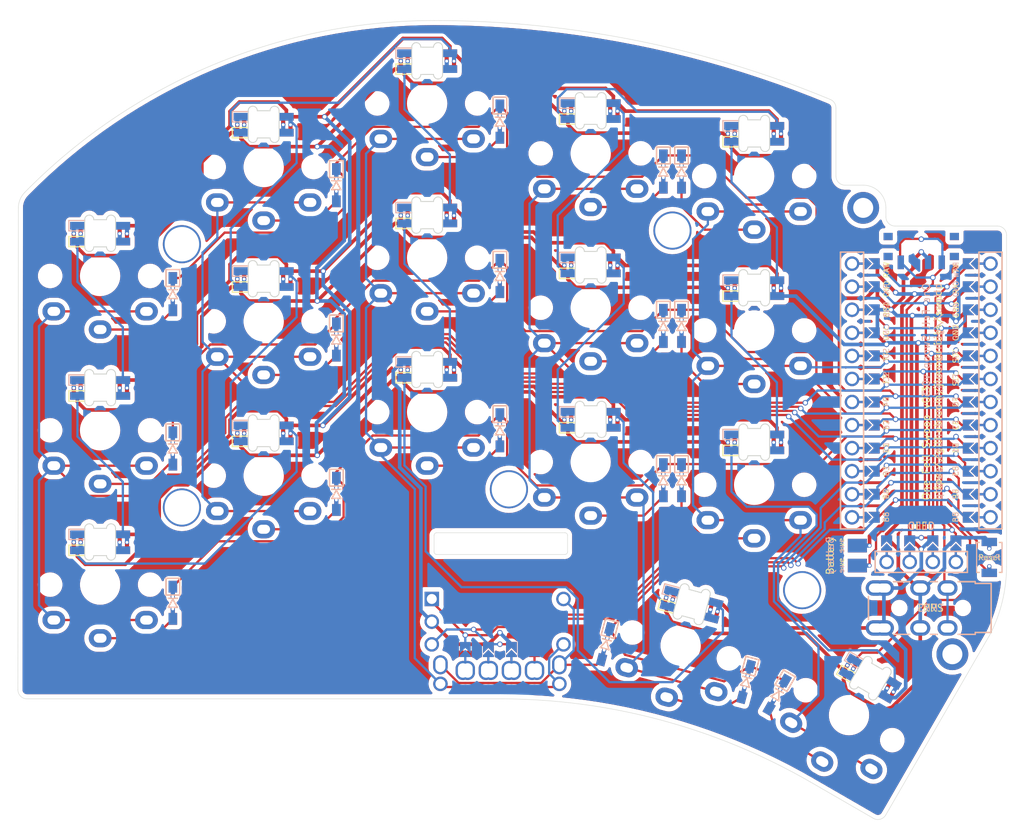
<source format=kicad_pcb>
(kicad_pcb (version 20211014) (generator pcbnew)
  (title_block (title "One Fell Swoop") (date "2021-11-27") (rev "0.3") (company "jmnw"))
  (layers (0 "F.Cu" signal) (31 "B.Cu" signal) (34 "B.Paste" user) (35 "F.Paste" user) (36 "B.SilkS" user "B.Silkscreen") (37 "F.SilkS" user "F.Silkscreen") (38 "B.Mask" user) (39 "F.Mask" user) (44 "Edge.Cuts" user))
  (net 0 "")
  (net 1 "raw")
  (net 2 "Net-(BT1-Pad2)")
  (net 3 "row0")
  (net 4 "Net-(D1-Pad2)")
  (net 5 "GND")
  (net 6 "VCC")
  (net 7 "Net-(D2-Pad2)")
  (net 8 "Net-(D3-Pad2)")
  (net 9 "Net-(D4-Pad2)")
  (net 10 "Net-(D5-Pad2)")
  (net 11 "row1")
  (net 12 "Net-(D6-Pad2)")
  (net 13 "Net-(D7-Pad2)")
  (net 14 "data")
  (net 15 "reset")
  (net 16 "Net-(D8-Pad2)")
  (net 17 "Net-(D9-Pad2)")
  (net 18 "Net-(D10-Pad2)")
  (net 19 "row2")
  (net 20 "Net-(D11-Pad2)")
  (net 21 "Net-(D12-Pad2)")
  (net 22 "Net-(D13-Pad2)")
  (net 23 "Net-(D14-Pad2)")
  (net 24 "Net-(D15-Pad2)")
  (net 25 "Net-(D16-Pad2)")
  (net 26 "row3")
  (net 27 "Net-(D17-Pad2)")
  (net 28 "er0")
  (net 29 "col2")
  (net 30 "edb")
  (net 31 "eda")
  (net 33 "Net-(L1-Pad4)")
  (net 34 "Net-(L2-Pad2)")
  (net 35 "Net-(L2-Pad4)")
  (net 36 "Net-(L3-Pad4)")
  (net 37 "Net-(L4-Pad2)")
  (net 38 "Net-(L4-Pad4)")
  (net 39 "Net-(L10-Pad2)")
  (net 40 "Net-(L11-Pad2)")
  (net 41 "Net-(L12-Pad4)")
  (net 42 "Net-(L13-Pad2)")
  (net 43 "Net-(L14-Pad4)")
  (net 44 "Net-(L10-Pad4)")
  (net 45 "Net-(L11-Pad4)")
  (net 46 "Net-(L13-Pad4)")
  (net 47 "Net-(L14-Pad2)")
  (net 48 "Net-(L15-Pad4)")
  (net 49 "led")
  (net 50 "sda")
  (net 51 "sla")
  (net 52 "unconnected-(PSW1-Pad3)")
  (net 53 "col0")
  (net 54 "col1")
  (net 55 "col3")
  (net 56 "col4")
  (net 57 "unconnected-(U1-Pad13)")
  (net 58 "unconnected-(U1-Pad14)")
  (net 59 "unconnected-(U1-Pad15)")
  (footprint "swoop:M2_hole_4.2mm" (layer "F.Cu") (at 135.067714 82.371243)
    (fp_text reference "H3" hide)
    (fp_text value "M2 Hole" hide)
  )
  (footprint "swoop:D3_SMD" (layer "F.Cu") (at 116.068714 70.371245 -90)
    (fp_text reference "D3" hide)
    (fp_text value " 1N4148W" hide)
  )
  (footprint "swoop:Choc" (layer "F.Cu") (at 108.068715 102.37124)
    (fp_text reference "SW13" hide)
    (fp_text value "Choc" hide)
  )
  (footprint "swoop:SK6812_Mini_E" (layer "F.Cu") (at 72.068717 82.811741 180)
    (fp_text reference "L1" hide)
    (fp_text value "SK6812Mini-e" hide)
    (fp_line (start -0.7 1.64) (end 0.7 1.64) (layer "Edge.Cuts") (width 0.1))
    (fp_line (start 1.7 1.64) (end 1.7 -1.36) (layer "Edge.Cuts") (width 0.1))
    (fp_line (start -0.7 -1.36) (end 0.7 -1.36) (layer "Edge.Cuts") (width 0.1))
    (fp_line (start -1.7 -1.36) (end -1.7 1.64) (layer "Edge.Cuts") (width 0.1))
    (fp_arc (start -1.7 -1.36) (mid -1.2 -1.86) (end -0.7 -1.36) (layer "Edge.Cuts") (width 0.1))
    (fp_arc (start 1.7 1.64) (mid 1.2 2.14) (end 0.7 1.64) (layer "Edge.Cuts") (width 0.1))
    (fp_arc (start -0.7 1.64) (mid -1.2 2.14) (end -1.7 1.64) (layer "Edge.Cuts") (width 0.1))
    (fp_arc (start 0.7 -1.36) (mid 1.2 -1.86) (end 1.7 -1.36) (layer "Edge.Cuts") (width 0.1))
  )
  (footprint "swoop:RollerEncoder" (layer "F.Cu") (at 116.074677 125.451864)
    (fp_text reference "EN2")
    (fp_text value "EVQWGD001")
    (fp_line (start 7.448 -7.7) (end 7.448 -9.5) (layer "Edge.Cuts") (width 0.05))
    (fp_line (start -7.248 -7.7) (end -7.248 -9.5) (layer "Edge.Cuts") (width 0.05))
    (fp_line (start 7.148 -9.8) (end -6.948 -9.8) (layer "Edge.Cuts") (width 0.05))
    (fp_line (start -6.952 -7.4) (end 7.148 -7.4) (layer "Edge.Cuts") (width 0.05))
    (fp_arc (start -6.948 -7.4) (mid -7.160132 -7.487868) (end -7.248 -7.7) (layer "Edge.Cuts") (width 0.05))
    (fp_arc (start -7.248 -9.5) (mid -7.160132 -9.712132) (end -6.948 -9.8) (layer "Edge.Cuts") (width 0.05))
    (fp_arc (start 7.448 -7.7) (mid 7.360132 -7.487868) (end 7.148 -7.4) (layer "Edge.Cuts") (width 0.05))
    (fp_arc (start 7.148 -9.8) (mid 7.360132 -9.712132) (end 7.448 -9.5) (layer "Edge.Cuts") (width 0.05))
  )
  (footprint "swoop:SK6812_Mini_E" (layer "F.Cu") (at 144.068711 71.811244 180)
    (fp_text reference "L5" hide)
    (fp_text value "SK6812Mini-e" hide)
    (fp_line (start -0.7 1.64) (end 0.7 1.64) (layer "Edge.Cuts") (width 0.1))
    (fp_line (start 1.7 1.64) (end 1.7 -1.36) (layer "Edge.Cuts") (width 0.1))
    (fp_line (start -0.7 -1.36) (end 0.7 -1.36) (layer "Edge.Cuts") (width 0.1))
    (fp_line (start -1.7 -1.36) (end -1.7 1.64) (layer "Edge.Cuts") (width 0.1))
    (fp_arc (start -0.7 1.64) (mid -1.2 2.14) (end -1.7 1.64) (layer "Edge.Cuts") (width 0.1))
    (fp_arc (start 0.7 -1.36) (mid 1.2 -1.86) (end 1.7 -1.36) (layer "Edge.Cuts") (width 0.1))
    (fp_arc (start -1.7 -1.36) (mid -1.2 -1.86) (end -0.7 -1.36) (layer "Edge.Cuts") (width 0.1))
    (fp_arc (start 1.7 1.64) (mid 1.2 2.14) (end 0.7 1.64) (layer "Edge.Cuts") (width 0.1))
  )
  (footprint "swoop:M2_hole_4.2mm" (layer "F.Cu") (at 81.068712 83.871741)
    (fp_text reference "H1" hide)
    (fp_text value "M2 Hole" hide)
  )
  (footprint "swoop:D3_SMD" (layer "F.Cu") (at 80.068714 106.37174 -90)
    (fp_text reference "D6" hide)
    (fp_text value " 1N4148W" hide)
  )
  (footprint "swoop:SK6812_Mini_E" (layer "F.Cu") (at 90.068713 70.811741 180)
    (fp_text reference "L2" hide)
    (fp_text value "SK6812Mini-e" hide)
    (fp_line (start 1.7 1.64) (end 1.7 -1.36) (layer "Edge.Cuts") (width 0.1))
    (fp_line (start -1.7 -1.36) (end -1.7 1.64) (layer "Edge.Cuts") (width 0.1))
    (fp_line (start -0.7 1.64) (end 0.7 1.64) (layer "Edge.Cuts") (width 0.1))
    (fp_line (start -0.7 -1.36) (end 0.7 -1.36) (layer "Edge.Cuts") (width 0.1))
    (fp_arc (start 0.7 -1.36) (mid 1.2 -1.86) (end 1.7 -1.36) (layer "Edge.Cuts") (width 0.1))
    (fp_arc (start -1.7 -1.36) (mid -1.2 -1.86) (end -0.7 -1.36) (layer "Edge.Cuts") (width 0.1))
    (fp_arc (start 1.7 1.64) (mid 1.2 2.14) (end 0.7 1.64) (layer "Edge.Cuts") (width 0.1))
    (fp_arc (start -0.7 1.64) (mid -1.2 2.14) (end -1.7 1.64) (layer "Edge.Cuts") (width 0.1))
  )
  (footprint "swoop:SK6812_Mini_E" (layer "F.Cu") (at 108.068713 97.81124 180)
    (fp_text reference "L13" hide)
    (fp_text value "SK6812Mini-e" hide)
    (fp_line (start -1.7 -1.36) (end -1.7 1.64) (layer "Edge.Cuts") (width 0.1))
    (fp_line (start 1.7 1.64) (end 1.7 -1.36) (layer "Edge.Cuts") (width 0.1))
    (fp_line (start -0.7 1.64) (end 0.7 1.64) (layer "Edge.Cuts") (width 0.1))
    (fp_line (start -0.7 -1.36) (end 0.7 -1.36) (layer "Edge.Cuts") (width 0.1))
    (fp_arc (start -0.7 1.64) (mid -1.2 2.14) (end -1.7 1.64) (layer "Edge.Cuts") (width 0.1))
    (fp_arc (start 1.7 1.64) (mid 1.2 2.14) (end 0.7 1.64) (layer "Edge.Cuts") (width 0.1))
    (fp_arc (start -1.7 -1.36) (mid -1.2 -1.86) (end -0.7 -1.36) (layer "Edge.Cuts") (width 0.1))
    (fp_arc (start 0.7 -1.36) (mid 1.2 -1.86) (end 1.7 -1.36) (layer "Edge.Cuts") (width 0.1))
  )
  (footprint "swoop:Choc" (layer "F.Cu") (at 154.505679 135.749861 -30)
    (fp_text reference "SW17" hide)
    (fp_text value "Choc" hide)
  )
  (footprint "swoop:Reset" (layer "F.Cu") (at 169.948516 118.374504 90)
    (fp_text reference "RSW1" hide)
    (fp_text value "Reset")
  )
  (footprint "swoop:D3_SMD" (layer "F.Cu") (at 80.068713 89.371735 -90)
    (fp_text reference "D1" hide)
    (fp_text value " 1N4148W" hide)
  )
  (footprint "swoop:SK6812_Mini_E" (layer "F.Cu") (at 108.068715 63.81124 180)
    (fp_text reference "L3" hide)
    (fp_text value "SK6812Mini-e" hide)
    (fp_line (start -0.7 1.64) (end 0.7 1.64) (layer "Edge.Cuts") (width 0.1))
    (fp_line (start -1.7 -1.36) (end -1.7 1.64) (layer "Edge.Cuts") (width 0.1))
    (fp_line (start 1.7 1.64) (end 1.7 -1.36) (layer "Edge.Cuts") (width 0.1))
    (fp_line (start -0.7 -1.36) (end 0.7 -1.36) (layer "Edge.Cuts") (width 0.1))
    (fp_arc (start -1.7 -1.36) (mid -1.2 -1.86) (end -0.7 -1.36) (layer "Edge.Cuts") (width 0.1))
    (fp_arc (start 1.7 1.64) (mid 1.2 2.14) (end 0.7 1.64) (layer "Edge.Cuts") (width 0.1))
    (fp_arc (start 0.7 -1.36) (mid 1.2 -1.86) (end 1.7 -1.36) (layer "Edge.Cuts") (width 0.1))
    (fp_arc (start -0.7 1.64) (mid -1.2 2.14) (end -1.7 1.64) (layer "Edge.Cuts") (width 0.1))
  )
  (footprint "swoop:SK6812_Mini_E" (layer "F.Cu") (at 144.068709 88.81124 180)
    (fp_text reference "L10" hide)
    (fp_text value "SK6812Mini-e" hide)
    (fp_line (start -0.7 -1.36) (end 0.7 -1.36) (layer "Edge.Cuts") (width 0.1))
    (fp_line (start -0.7 1.64) (end 0.7 1.64) (layer "Edge.Cuts") (width 0.1))
    (fp_line (start -1.7 -1.36) (end -1.7 1.64) (layer "Edge.Cuts") (width 0.1))
    (fp_line (start 1.7 1.64) (end 1.7 -1.36) (layer "Edge.Cuts") (width 0.1))
    (fp_arc (start -1.7 -1.36) (mid -1.2 -1.86) (end -0.7 -1.36) (layer "Edge.Cuts") (width 0.1))
    (fp_arc (start 0.7 -1.36) (mid 1.2 -1.86) (end 1.7 -1.36) (layer "Edge.Cuts") (width 0.1))
    (fp_arc (start -0.7 1.64) (mid -1.2 2.14) (end -1.7 1.64) (layer "Edge.Cuts") (width 0.1))
    (fp_arc (start 1.7 1.64) (mid 1.2 2.14) (end 0.7 1.64) (layer "Edge.Cuts") (width 0.1))
  )
  (footprint "swoop:M2_hole_3.5mm" (layer "F.Cu") (at 156.068168 79.871776)
    (fp_text reference "Ref**" hide)
    (fp_text value "Val**" hide)
  )
  (footprint "swoop:Power" (layer "F.Cu") (at 162.458742 84.121903 180)
    (fp_text reference "PSW1" hide)
    (fp_text value "Power" hide)
  )
  (footprint "swoop:SK6812_Mini_E" (layer "F.Cu") (at 156.785678 131.800784 150)
    (fp_text reference "L17" hide)
    (fp_text value "SK6812Mini-e" hide)
    (fp_line (start -0.7 1.64) (end 0.7 1.64) (layer "Edge.Cuts") (width 0.1))
    (fp_line (start -1.7 -1.36) (end -1.7 1.64) (layer "Edge.Cuts") (width 0.1))
    (fp_line (start -0.7 -1.36) (end 0.7 -1.36) (layer "Edge.Cuts") (width 0.1))
    (fp_line (start 1.7 1.64) (end 1.7 -1.36) (layer "Edge.Cuts") (width 0.1))
    (fp_arc (start 0.7 -1.36) (mid 1.2 -1.86) (end 1.7 -1.36) (layer "Edge.Cuts") (width 0.1))
    (fp_arc (start -1.7 -1.36) (mid -1.2 -1.86) (end -0.7 -1.36) (layer "Edge.Cuts") (width 0.1))
    (fp_arc (start -0.7 1.64) (mid -1.2 2.14) (end -1.7 1.64) (layer "Edge.Cuts") (width 0.1))
    (fp_arc (start 1.7 1.64) (mid 1.2 2.14) (end 0.7 1.64) (layer "Edge.Cuts") (width 0.1))
  )
  (footprint "swoop:D3_SMD" (layer "F.Cu") (at 136.068714 109.871242 -90)
    (fp_text reference "D15" hide)
    (fp_text value " 1N4148W" hide)
  )
  (footprint "swoop:RotaryEncoder" (layer "F.Cu") (at 116.074716 125.451239)
    (fp_text reference "EN1")
    (fp_text value "RotaryEncoder_Switch")
  )
  (footprint "swoop:Choc" (layer "F.Cu") (at 126.067714 90.871239)
    (fp_text reference "SW9" hide)
    (fp_text value "Choc" hide)
  )
  (footprint "swoop:Choc" (layer "F.Cu") (at 72.068714 121.371741)
    (fp_text reference "SW11" hide)
    (fp_text value "Choc" hide)
  )
  (footprint "swoop:D3_SMD" (layer "F.Cu") (at 134.067719 75.871242 -90)
    (fp_text reference "D4" hide)
    (fp_text value " 1N4148W" hide)
  )
  (footprint "swoop:D3_SMD" (layer "F.Cu") (at 116.068717 87.371237 -90)
    (fp_text reference "D8" hide)
    (fp_text value " 1N4148W" hide)
  )
  (footprint "swoop:D3_SMD" (layer "F.Cu") (at 134.067718 92.871242 -90)
    (fp_text reference "D9" hide)
    (fp_text value " 1N4148W" hide)
  )
  (footprint "swoop:D3_SMD" (layer "F.Cu") (at 136.06872 75.871241 -90)
    (fp_text reference "D5" hide)
    (fp_text value " 1N4148W" hide)
  )
  (footprint "swoop:Choc" (layer "F.Cu") (at 144.068715 93.371244)
    (fp_text reference "SW10" hide)
    (fp_text value "Choc" hide)
  )
  (footprint "swoop:Choc" (layer "F.Cu") (at 72.068711 104.371738)
    (fp_text reference "SW6" hide)
    (fp_text value "Choc" hide)
  )
  (footprint "swoop:ProMicro_jumpers" (layer "F.Cu") (at 162.458741 99.984906)
    (fp_text reference "U1" hide)
    (fp_text value "ProMicro" hide)
  )
  (footprint "swoop:D3_SMD" (layer "F.Cu") (at 80.068714 123.37174 -90)
    (fp_text reference "D11" hide)
    (fp_text value " 1N4148W" hide)
  )
  (footprint "swoop:Choc" (layer "F.Cu") (at 90.068717 109.371743)
    (fp_text reference "SW12" hide)
    (fp_text value "Choc" hide)
  )
  (footprint "swoop:TRRS-3pin" (layer "F.Cu") (at 168.548192 123.946605 -90)
    (fp_text reference "J1")
    (fp_text value "TRRS" hide)
  )
  (footprint "swoop:Choc" (layer "F.Cu") (at 108.068712 68.371242)
    (fp_text reference "SW3" hide)
    (fp_text value "Choc" hide)
  )
  (footprint "swoop:Choc" (layer "F.Cu") (at 144.068714 76.37124)
    (fp_text reference "SW5" hide)
    (fp_text value "Choc" hide)
  )
  (footprint "swoop:M2_hole_3.5mm" (layer "F.Cu") (at 165.884619 129.04088)
    (fp_text reference "Ref**" hide)
    (fp_text value "Val**" hide)
  )
  (footprint "swoop:SK6812_Mini_E" (layer "F.Cu") (at 108.068712 80.811241 180)
    (fp_text reference "L8" hide)
    (fp_text value "SK6812Mini-e" hide)
    (fp_line (start 1.7 1.64) (end 1.7 -1.36) (layer "Edge.Cuts") (width 0.1))
    (fp_line (start -1.7 -1.36) (end -1.7 1.64) (layer "Edge.Cuts") (width 0.1))
    (fp_line (start -0.7 1.64) (end 0.7 1.64) (layer "Edge.Cuts") (width 0.1))
    (fp_line (start -0.7 -1.36) (end 0.7 -1.36) (layer "Edge.Cuts") (width 0.1))
    (fp_arc (start 1.7 1.64) (mid 1.2 2.14) (end 0.7 1.64) (layer "Edge.Cuts") (width 0.1))
    (fp_arc (start -0.7 1.64) (mid -1.2 2.14) (end -1.7 1.64) (layer "Edge.Cuts") (width 0.1))
    (fp_arc (start -1.7 -1.36) (mid -1.2 -1.86) (end -0.7 -1.36) (layer "Edge.Cuts") (width 0.1))
    (fp_arc (start 0.7 -1.36) (mid 1.2 -1.86) (end 1.7 -1.36) (layer "Edge.Cuts") (width 0.1))
  )
  (footprint "swoop:OLED_jumpers" (layer "F.Cu") (at 158.64892 118.874595)
    (fp_text reference "O1" hide)
    (fp_text value "OLED")
  )
  (footprint "swoop:Choc" (layer "F.Cu") (at 72.06871 87.371742)
    (fp_text reference "SW1" hide)
    (fp_text value "Choc" hide)
  )
  (footprint "swoop:Choc" (layer "F.Cu") (at 126.067712 107.871242)
    (fp_text reference "SW14" hide)
    (fp_text value "Choc" hide)
  )
  (footprint "swoop:D3_SMD" (layer "F.Cu") (at 134.067713 109.871246 -90)
    (fp_text reference "D14" hide)
    (fp_text value " 1N4148W" hide)
  )
  (footprint "swoop:D3_SMD" (layer "F.Cu") (at 127.722717 127.93224 -105)
    (fp_text reference "ED1" hide)
    (fp_text value " 1N4148W" hide)
  )
  (footprint "swoop:Choc" (layer "F.Cu") (at 90.068716 92.371737)
    (fp_text reference "SW7" hide)
    (fp_text value "Choc" hide)
  )
  (footprint "swoop:Choc" (layer "F.Cu") (at 126.067716 73.871244)
    (fp_text reference "SW4" hide)
    (fp_text value "Choc" hide)
  )
  (footprint "swoop:D3_SMD" (layer "F.Cu") (at 98.06871 94.371742 -90)
    (fp_text reference "D7" hide)
    (fp_text value " 1N4148W" hide)
  )
  (footprint "swoop:SK6812_Mini_E" (layer "F.Cu") (at 72.068711 116.811739 180)
    (fp_text reference "L11" hide)
    (fp_text value "SK6812Mini-e" hide)
    (fp_line (start -1.7 -1.36) (end -1.7 1.64) (layer "Edge.Cuts") (width 0.1))
    (fp_line (start 1.7 1.64) (end 1.7 -1.36) (layer "Edge.Cuts") (width 0.1))
    (fp_line (start -0.7 -1.36) (end 0.7 -1.36) (layer "Edge.Cuts") (width 0.1))
    (fp_line (start -0.7 1.64) (end 0.7 1.64) (layer "Edge.Cuts") (width 0.1))
    (fp_arc (start 1.7 1.64) (mid 1.2 2.14) (end 0.7 1.64) (layer "Edge.Cuts") (width 0.1))
    (fp_arc (start -0.7 1.64) (mid -1.2 2.14) (end -1.7 1.64) (layer "Edge.Cuts") (width 0.1))
    (fp_arc (start -1.7 -1.36) (mid -1.2 -1.86) (end -0.7 -1.36) (layer "Edge.Cuts") (width 0.1))
    (fp_arc (start 0.7 -1.36) (mid 1.2 -1.86) (end 1.7 -1.36) (layer "Edge.Cuts") (width 0.1))
  )
  (footprint "swoop:D3_SMD" (layer "F.Cu") (at 98.068713 111.371744 -90)
    (fp_text reference "D12" hide)
    (fp_text value " 1N4148W" hide)
  )
  (footprint "swoop:M2_hole_4.2mm" (layer "F.Cu") (at 81.068712 112.871739)
    (fp_text reference "H2" hide)
    (fp_text value "M2 Hole" hide)
  )
  (footprint "swoop:Choc" (layer "F.Cu") (at 135.967756 128.070942 -15)
    (fp_text reference "SW16" hide)
    (fp_text value "Choc" hide)
  )
  (footprint "swoop:Choc" (layer "F.Cu") (at 108.068714 85.371239)
    (fp_text reference "SW8" hide)
    (fp_text value "Choc" hide)
  )
  (footprint "swoop:SK6812_Mini_E" (layer "F.Cu") (at 137.147973 123.666322 165)
    (fp_text reference "L16" hide)
    (fp_text value "SK6812Mini-e" hide)
    (fp_line (start -1.7 -1.36) (end -1.7 1.64) (layer "Edge.Cuts") (width 0.1))
    (fp_line (start 1.7 1.64) (end 1.7 -1.36) (layer "Edge.Cuts") (width 0.1))
    (fp_line (start -0.7 1.64) (end 0.7 1.64) (layer "Edge.Cuts") (width 0.1))
    (fp_line (start -0.7 -1.36) (end 0.7 -1.36) (layer "Edge.Cuts") (width 0.1))
    (fp_arc (start 0.7 -1.36) (mid 1.2 -1.86) (end 1.7 -1.36) (layer "Edge.Cuts") (width 0.1))
    (fp_arc (start -1.7 -1.36) (mid -1.2 -1.86) (end -0.7 -1.36) (layer "Edge.Cuts") (width 0.1))
    (fp_arc (start -0.7 1.64) (mid -1.2 2.14) (end -1.7 1.64) (layer "Edge.Cuts") (width 0.1))
    (fp_arc (start 1.7 1.64) (mid 1.2 2.14) (end 0.7 1.64) (layer "Edge.Cuts") (width 0.1))
  )
  (footprint "swoop:SK6812_Mini_E" (layer "F.Cu") (at 126.06771 103.311243 180)
    (fp_text reference "L14" hide)
    (fp_text value "SK6812Mini-e" hide)
    (fp_line (start -1.7 -1.36) (end -1.7 1.64) (layer "Edge.Cuts") (width 0.1))
    (fp_line (start 1.7 1.64) (end 1.7 -1.36) (layer "Edge.Cuts") (width 0.1))
    (fp_line (start -0.7 -1.36) (end 0.7 -1.36) (layer "Edge.Cuts") (width 0.1))
    (fp_line (start -0.7 1.64) (end 0.7 1.64) (layer "Edge.Cuts") (width 0.1))
    (fp_arc (start -1.7 -1.36) (mid -1.2 -1.86) (end -0.7 -1.36) (layer "Edge.Cuts") (width 0.1))
    (fp_arc (start 0.7 -1.36) (mid 1.2 -1.86) (end 1.7 -1.36) (layer "Edge.Cuts") (width 0.1))
    (fp_arc (start -0.7 1.64) (mid -1.2 2.14) (end -1.7 1.64) (layer "Edge.Cuts") (width 0.1))
    (fp_arc (start 1.7 1.64) (mid 1.2 2.14) (end 0.7 1.64) (layer "Edge.Cuts") (width 0.1))
  )
  (footprint "swoop:M2_hole_4.2mm" (layer "F.Cu") (at 117.068715 110.871238)
    (fp_text reference "H4" hide)
    (fp_text value "M2 Hole" hide)
  )
  (footprint "swoop:D3_SMD" (layer "F.Cu") (at 116.068715 104.371241 -90)
    (fp_text reference "D13" hide)
    (fp_text value " 1N4148W" hide)
  )
  (footprint "swoop:Battery_pads_reversible" (layer "F.Cu") (at 155.425915 118.173091 -90)
    (fp_text reference "BT1" hide)
    (fp_text value "Battery" hide)
  )
  (footprint "swoop:SK6812_Mini_E" (layer "F.Cu") (at 144.068713 105.811241 180)
    (fp_text reference "L15" hide)
    (fp_text value "SK6812Mini-e" hide)
    (fp_line (start -0.7 1.64) (end 0.7 1.64) (layer "Edge.Cuts") (width 0.1))
    (fp_line (start -1.7 -1.36) (end -1.7 1.64) (layer "Edge.Cuts") (width 0.1))
    (fp_line (start -0.7 -1.36) (end 0.7 -1.36) (layer "Edge.Cuts") (width 0.1))
    (fp_line (start 1.7 1.64) (end 1.7 -1.36) (layer "Edge.Cuts") (width 0.1))
    (fp_arc (start -0.7 1.64) (mid -1.2 2.14) (end -1.7 1.64) (layer "Edge.Cuts") (width 0.1))
    (fp_arc (start 0.7 -1.36) (mid 1.2 -1.86) (end 1.7 -1.36) (layer "Edge.Cuts") (width 0.1))
    (fp_arc (start 1.7 1.64) (mid 1.2 2.14) (end 0.7 1.64) (layer "Edge.Cuts") (width 0.1))
    (fp_arc (start -1.7 -1.36) (mid -1.2 -1.86) (end -0.7 -1.36) (layer "Edge.Cuts") (width 0.1))
  )
  (footprint "swoop:SK6812_Mini_E" (layer "F.Cu") (at 126.067716 86.311244 180)
    (fp_text reference "L9" hide)
    (fp_text value "SK6812Mini-e" hide)
    (fp_line (start -1.7 -1.36) (end -1.7 1.64) (layer "Edge.Cuts") (width 0.1))
    (fp_line (start -0.7 -1.36) (end 0.7 -1.36) (layer "Edge.Cuts") (width 0.1))
    (fp_line (start -0.7 1.64) (end 0.7 1.64) (layer "Edge.Cuts") (width 0.1))
    (fp_line (start 1.7 1.64) (end 1.7 -1.36) (layer "Edge.Cuts") (width 0.1))
    (fp_arc (start 1.7 1.64) (mid 1.2 2.14) (end 0.7 1.64) (layer "Edge.Cuts") (width 0.1))
    (fp_arc (start 0.7 -1.36) (mid 1.2 -1.86) (end 1.7 -1.36) (layer "Edge.Cuts") (width 0.1))
    (fp_arc (start -1.7 -1.36) (mid -1.2 -1.86) (end -0.7 -1.36) (layer "Edge.Cuts") (width 0.1))
    (fp_arc (start -0.7 1.64) (mid -1.2 2.14) (end -1.7 1.64) (layer "Edge.Cuts") (width 0.1))
  )
  (footprint "swoop:M2_hole_4.2mm" (layer "F.Cu") (at 149.34987 121.981673)
    (fp_text reference "H4" hide)
    (fp_text value "M2 Hole" hide)
  )
  (footprint "swoop:SK6812_Mini_E" (layer "F.Cu") (at 126.067714 69.311244 180)
    (fp_text reference "L4" hide)
    (fp_text value "SK6812Mini-e" hide)
    (fp_line (start 1.7 1.64) (end 1.7 -1.36) (layer "Edge.Cuts") (width 0.1))
    (fp_line (start -0.7 1.64) (end 0.7 1.64) (layer "Edge.Cuts") (width 0.1))
    (fp_line (start -0.7 -1.36) (end 0.7 -1.36) (layer "Edge.Cuts") (width 0.1))
    (fp_line (start -1.7 -1.36) (end -1.7 1.64) (layer "Edge.Cuts") (width 0.1))
    (fp_arc (start 0.7 -1.36) (mid 1.2 -1.86) (end 1.7 -1.36) (layer "Edge.Cuts") (width 0.1))
    (fp_arc (start -1.7 -1.36) (mid -1.2 -1.86) (end -0.7 -1.36) (layer "Edge.Cuts") (width 0.1))
    (fp_arc (start -0.7 1.64) (mid -1.2 2.14) (end -1.7 1.64) (layer "Edge.Cuts") (width 0.1))
    (fp_arc (start 1.7 1.64) (mid 1.2 2.14) (end 0.7 1.64) (layer "Edge.Cuts") (width 0.1))
  )
  (footprint "swoop:SK6812_Mini_E" (layer "F.Cu") (at 90.06871 87.811742 180)
    (fp_text reference "L7" hide)
    (fp_text value "SK6812Mini-e" hide)
    (fp_line (start 1.7 1.64) (end 1.7 -1.36) (layer "Edge.Cuts") (width 0.1))
    (fp_line (start -0.7 1.64) (end 0.7 1.64) (layer "Edge.Cuts") (width 0.1))
    (fp_line (start -1.7 -1.36) (end -1.7 1.64) (layer "Edge.Cuts") (width 0.1))
    (fp_line (start -0.7 -1.36) (end 0.7 -1.36) (layer "Edge.Cuts") (width 0.1))
    (fp_arc (start -1.7 -1.36) (mid -1.2 -1.86) (end -0.7 -1.36) (layer "Edge.Cuts") (width 0.1))
    (fp_arc (start 1.7 1.64) (mid 1.2 2.14) (end 0.7 1.64) (layer "Edge.Cuts") (width 0.1))
    (fp_arc (start -0.7 1.64) (mid -1.2 2.14) (end -1.7 1.64) (layer "Edge.Cuts") (width 0.1))
    (fp_arc (start 0.7 -1.36) (mid 1.2 -1.86) (end 1.7 -1.36) (layer "Edge.Cuts") (width 0.1))
  )
  (footprint "swoop:D3_SMD" (layer "F.Cu") (at 98.068713 77.371746 -90)
    (fp_text reference "D2" hide)
    (fp_text value " 1N4148W" hide)
  )
  (footprint "swoop:D3_SMD" (layer "F.Cu") (at 146.59639 133.489748 -120)
    (fp_text reference "D17" hide)
    (fp_text value " 1N4148W" hide)
  )
  (footprint "swoop:D3_SMD" (layer "F.Cu") (at 143.177525 132.073346 -105)
    (fp_text reference "D16" hide)
    (fp_text value " 1N4148W" hide)
  )
  (footprint "swoop:Choc" (layer "F.Cu") (at 144.068718 110.371239)
    (fp_text reference "SW15" hide)
    (fp_text value "Choc" hide)
  )
  (footprint "swoop:D3_SMD" (layer "F.Cu") (at 136.068713 92.871243 -90)
    (fp_text reference "D10" hide)
    (fp_text value " 1N4148W" hide)
  )
  (footprint "swoop:SK6812_Mini_E" (layer "F.Cu") (at 72.068712 99.811741 180)
    (fp_text reference "L6" hide)
    (fp_text value "SK6812Mini-e" hide)
    (fp_line (start -0.7 -1.36) (end 0.7 -1.36) (layer "Edge.Cuts") (width 0.1))
    (fp_line (start -0.7 1.64) (end 0.7 1.64) (layer "Edge.Cuts") (width 0.1))
    (fp_line (start -1.7 -1.36) (end -1.7 1.64) (layer "Edge.Cuts") (width 0.1))
    (fp_line (start 1.7 1.64) (end 1.7 -1.36) (layer "Edge.Cuts") (width 0.1))
    (fp_arc (start -1.7 -1.36) (mid -1.2 -1.86) (end -0.7 -1.36) (layer "Edge.Cuts") (width 0.1))
    (fp_arc (start 1.7 1.64) (mid 1.2 2.14) (end 0.7 1.64) (layer "Edge.Cuts") (width 0.1))
    (fp_arc (start 0.7 -1.36) (mid 1.2 -1.86) (end 1.7 -1.36) (layer "Edge.Cuts") (width 0.1))
    (fp_arc (start -0.7 1.64) (mid -1.2 2.14) (end -1.7 1.64) (layer "Edge.Cuts") (width 0.1))
  )
  (footprint "swoop:SK6812_Mini_E" (layer "F.Cu") (at 90.068714 104.811738 180)
    (fp_text reference "L12" hide)
    (fp_text value "SK6812Mini-e" hide)
    (fp_line (start -0.7 -1.36) (end 0.7 -1.36) (layer "Edge.Cuts") (width 0.1))
    (fp_line (start -1.7 -1.36) (end -1.7 1.64) (layer "Edge.Cuts") (width 0.1))
    (fp_line (start -0.7 1.64) (end 0.7 1.64) (layer "Edge.Cuts") (width 0.1))
    (fp_line (start 1.7 1.64) (end 1.7 -1.36) (layer "Edge.Cuts") (width 0.1))
    (fp_arc (start 0.7 -1.36) (mid 1.2 -1.86) (end 1.7 -1.36) (layer "Edge.Cuts") (width 0.1))
    (fp_arc (start -0.7 1.64) (mid -1.2 2.14) (end -1.7 1.64) (layer "Edge.Cuts") (width 0.1))
    (fp_arc (start -1.7 -1.36) (mid -1.2 -1.86) (end -0.7 -1.36) (layer "Edge.Cuts") (width 0.1))
    (fp_arc (start 1.7 1.64) (mid 1.2 2.14) (end 0.7 1.64) (layer "Edge.Cuts") (width 0.1))
  )
  (footprint "swoop:Choc" (layer "F.Cu") (at 90.068712 75.371742)
    (fp_text reference "SW2" hide)
    (fp_text value "Choc" hide)
  )
  (gr_line (start 159.568275 81.871667) (end 170.849214 81.871494) (layer "Edge.Cuts") (width 0.05))
  (gr_line (start 63.069272 79.872694) (end 63.01514 132.951598) (layer "Edge.Cuts") (width 0.05))
  (gr_line (start 153.068168 76.371776) (end 153.068213 68.870908) (layer "Edge.Cuts") (width 0.05))
  (gr_line (start 171.849217 82.87149) (end 171.84911 119.412056) (layer "Edge.Cuts") (width 0.05))
  (gr_arc (start 63.069272 79.872694) (mid 63.248737 78.955554) (end 63.760713 78.173739) (layer "Edge.Cuts") (width 0.05))
  (gr_arc (start 64.015142 133.951601) (mid 63.308034 133.658706) (end 63.01514 132.951598) (layer "Edge.Cuts") (width 0.05))
  (gr_arc (start 156.06811 77.371599) (mid 157.835919 78.103881) (end 158.568099 79.871733) (layer "Edge.Cuts") (width 0.05))
  (gr_line (start 116.074938 133.951601) (end 64.015142 133.951601) (layer "Edge.Cuts") (width 0.05))
  (gr_line (start 157.184299 147.110821) (end 150.256275 143.110923) (layer "Edge.Cuts") (width 0.05))
  (gr_arc (start 108.844098 59.236877) (mid 131.0768 61.432294) (end 152.450711 67.933741) (layer "Edge.Cuts") (width 0.05))
  (gr_line (start 154.068171 77.371773) (end 156.06811 77.371599) (layer "Edge.Cuts") (width 0.05))
  (gr_line (start 158.568099 79.871733) (end 158.568272 80.871671) (layer "Edge.Cuts") (width 0.05))
  (gr_arc (start 170.849214 81.871494) (mid 171.55632 82.164386) (end 171.849217 82.87149) (layer "Edge.Cuts") (width 0.05))
  (gr_arc (start 116.074938 133.951601) (mid 133.76856 136.281123) (end 150.256275 143.110923) (layer "Edge.Cuts") (width 0.05))
  (gr_arc (start 152.450711 67.933741) (mid 152.903728 68.307267) (end 153.068213 68.870908) (layer "Edge.Cuts") (width 0.05))
  (gr_arc (start 158.550324 146.744792) (mid 157.943119 147.21072) (end 157.184299 147.110821) (layer "Edge.Cuts") (width 0.05))
  (gr_arc (start 154.068171 77.371773) (mid 153.361063 77.078882) (end 153.068168 76.371776) (layer "Edge.Cuts") (width 0.05))
  (gr_arc (start 159.568275 81.871667) (mid 158.861168 81.578776) (end 158.568272 80.871671) (layer "Edge.Cuts") (width 0.05))
  (gr_arc (start 171.84911 119.412056) (mid 171.392023 123.173404) (end 170.102417 126.736209) (layer "Edge.Cuts") (width 0.05))
  (gr_line (start 158.550324 146.744792) (end 170.102417 126.736209) (layer "Edge.Cuts") (width 0.05))
  (gr_arc (start 63.760713 78.173739) (mid 84.394584 64.163318) (end 108.844098 59.236877) (layer "Edge.Cuts") (width 0.05))
  (gr_text "One Fell Swoop v0.3\nhttps://github.com/jimmerricks/swoop" (at 163.652496 88.085708 90) (layer "B.SilkS") (effects (font (size 0.8 0.8) (thickness 0.1)) (justify left mirror)))
  (gr_text "One Fell Swoop v0.3\nhttps://github.com/jimmerricks/swoop" (at 163.652496 112.145707 90) (layer "F.SilkS") (effects (font (size 0.8 0.8) (thickness 0.1)) (justify left)))
  (segment (start 157.632742 87.189915) (end 157.632751 86.014907) (width 0.4) (layer "F.Cu") (net 1))
  (segment (start 159.632744 89.189907) (end 157.632742 87.189915) (width 0.4) (layer "F.Cu") (net 1))
  (segment (start 160.332256 112.670397) (end 158.048225 114.954425) (width 0.4) (layer "F.Cu") (net 1))
  (segment (start 161.719424 89.35607) (end 160.332256 90.74324) (width 0.4) (layer "F.Cu") (net 1))
  (segment (start 161.719425 89.354428) (end 161.719424 89.35607) (width 0.4) (layer "F.Cu") (net 1))
  (segment (start 158.048225 114.954425) (end 157.84157 114.95443) (width 0.4) (layer "F.Cu") (net 1))
  (segment (start 161.719424 89.356075) (end 161.719425 89.354428) (width 0.4) (layer "F.Cu") (net 1))
  (segment (start 160.332256 90.74324) (end 160.332256 112.670397) (width 0.4) (layer "F.Cu") (net 1))
  (segment (start 157.84157 114.95443) (end 156.767515 116.028485) (width 0.4) (layer "F.Cu") (net 1))
  (segment (start 156.767515 116.028485) (end 156.767515 117.072691) (width 0.4) (layer "F.Cu") (net 1))
  (via (at 159.632744 89.189907) (size 0.6) (drill 0.4) (layers "F.Cu" "B.Cu") (net 1))
  (via (at 161.719425 89.354428) (size 0.6) (drill 0.4) (layers "F.Cu" "B.Cu") (net 1))
  (segment (start 161.719425 89.354428) (end 159.797261 89.354429) (width 0.4) (layer "B.Cu") (net 1))
  (segment (start 159.797261 89.354429) (end 159.632744 89.189907) (width 0.4) (layer "B.Cu") (net 1))
  (segment (start 166.518647 86.781009) (end 167.284752 86.014905) (width 0.4) (layer "B.Cu") (net 1))
  (segment (start 166.518643 88.456749) (end 166.518647 86.781009) (width 0.4) (layer "B.Cu") (net 1))
  (segment (start 165.620981 89.35442) (end 166.518643 88.456749) (width 0.4) (layer "B.Cu") (net 1))
  (segment (start 165.620981 89.35442) (end 161.719425 89.354428) (width 0.4) (layer "B.Cu") (net 1))
  (segment (start 157.48 117.468028) (end 156.767515 118.180513) (width 0.25) (layer "F.Cu") (net 2))
  (segment (start 158.061626 115.478953) (end 158.058831 115.478953) (width 0.25) (layer "F.Cu") (net 2))
  (segment (start 160.856775 91.113076) (end 160.856775 112.887659) (width 0.25) (layer "F.Cu") (net 2))
  (segment (start 163.738914 87.544761) (end 163.738915 88.230938) (width 0.25) (layer "F.Cu") (net 2))
  (segment (start 158.058831 115.478953) (end 157.48 116.057784) (width 0.25) (layer "F.Cu") (net 2))
  (segment (start 158.061626 115.478944) (end 158.061626 115.478953) (width 0.25) (layer "F.Cu") (net 2))
  (segment (start 157.48 116.057784) (end 157.48 117.468028) (width 0.25) (layer "F.Cu") (net 2))
  (segment (start 163.738915 88.230938) (end 160.856775 91.113076) (width 0.25) (layer "F.Cu") (net 2))
  (segment (start 158.265493 115.478946) (end 158.061626 115.478944) (width 0.25) (layer "F.Cu") (net 2))
  (segment (start 156.767515 118.180513) (end 156.767515 119.273091) (width 0.25) (layer "F.Cu") (net 2))
  (segment (start 164.71723 86.566443) (end 163.738914 87.544761) (width 0.25) (layer "F.Cu") (net 2))
  (segment (start 160.856775 112.887659) (end 158.265493 115.478946) (width 0.25) (layer "F.Cu") (net 2))
  (segment (start 164.717228 85.871717) (end 164.71723 86.566443) (width 0.25) (layer "F.Cu") (net 2))
  (via (at 163.738914 87.544761) (size 0.6) (drill 0.4) (layers "F.Cu" "B.Cu") (net 2))
  (segment (start 161.890261 87.54475) (end 163.738914 87.544761) (width 0.25) (layer "B.Cu") (net 2))
  (segment (start 160.217223 85.871715) (end 161.890261 87.54475) (width 0.25) (layer "B.Cu") (net 2))
  (segment (start 134.067719 74.09624) (end 136.068721 74.096242) (width 0.25) (layer "F.Cu") (net 3))
  (segment (start 98.868234 76.396265) (end 98.068714 75.596745) (width 0.25) (layer "F.Cu") (net 3))
  (segment (start 102.068737 70.946723) (end 113.718238 70.94672) (width 0.25) (layer "F.Cu") (net 3))
  (segment (start 116.868234 73.126241) (end 120.188717 76.446725) (width 0.25) (layer "F.Cu") (net 3))
  (segment (start 159.012842 99.999994) (end 154.113837 99.999995) (width 0.25) (layer "F.Cu") (net 3))
  (segment (start 166.91975 101.254911) (end 166.284748 100.619905) (width 0.25) (layer "F.Cu") (net 3))
  (segment (start 85.770587 82.598642) (end 96.20076 82.598642) (width 0.25) (layer "F.Cu") (net 3))
  (segment (start 116.868233 69.395765) (end 116.868234 73.126241) (width 0.25) (layer "F.Cu") (net 3))
  (segment (start 80.068713 87.596735) (end 80.772492 87.596736) (width 0.25) (layer "F.Cu") (net 3))
  (segment (start 153.383837 89.931778) (end 150.933836 87.481777) (width 0.25) (layer "F.Cu") (net 3))
  (segment (start 143.193837 78.739994) (end 138.550084 74.096241) (width 0.25) (layer "F.Cu") (net 3))
  (segment (start 116.068713 68.596245) (end 116.868233 69.395765) (width 0.25) (layer "F.Cu") (net 3))
  (segment (start 96.20076 82.598642) (end 98.868232 79.931167) (width 0.25) (layer "F.Cu") (net 3))
  (segment (start 98.868232 79.931167) (end 98.868234 76.396265) (width 0.25) (layer "F.Cu") (net 3))
  (segment (start 98.068713 74.946747) (end 102.068737 70.946723) (width 0.25) (layer "F.Cu") (net 3))
  (segment (start 150.053835 78.739994) (end 143.193837 78.739994) (width 0.25) (layer "F.Cu") (net 3))
  (segment (start 138.550084 74.096241) (end 136.068721 74.096242) (width 0.25) (layer "F.Cu") (net 3))
  (segment (start 80.772492 87.596736) (end 85.770587 82.598642) (width 0.25) (layer "F.Cu") (net 3))
  (segment (start 113.718238 70.94672) (end 116.068713 68.596245) (width 0.25) (layer "F.Cu") (net 3))
  (segment (start 154.113837 99.999995) (end 153.383837 99.269994) (width 0.25) (layer "F.Cu") (net 3))
  (segment (start 167.28475 101.254913) (end 166.91975 101.254911) (width 0.25) (layer "F.Cu") (net 3))
  (segment (start 150.933836 87.481777) (end 150.933836 79.619995) (width 0.25) (layer "F.Cu") (net 3))
  (segment (start 153.383837 99.269994) (end 153.383837 89.931778) (width 0.25) (layer "F.Cu") (net 3))
  (segment (start 150.933836 79.619995) (end 150.053835 78.739994) (width 0.25) (layer "F.Cu") (net 3))
  (segment (start 120.188717 76.446725) (end 131.717236 76.446725) (width 0.25) (layer "F.Cu") (net 3))
  (segment (start 98.068714 75.596745) (end 98.068713 74.946747) (width 0.25) (layer "F.Cu") (net 3))
  (segment (start 159.632756 100.619909) (end 159.012842 99.999994) (width 0.25) (layer "F.Cu") (net 3))
  (segment (start 131.717236 76.446725) (end 134.067719 74.09624) (width 0.25) (layer "F.Cu") (net 3))
  (via (at 166.284748 100.619905) (size 0.6) (drill 0.4) (layers "F.Cu" "B.Cu") (net 3))
  (via (at 159.632756 100.619909) (size 0.6) (drill 0.4) (layers "F.Cu" "B.Cu") (net 3))
  (segment (start 166.284748 100.619905) (end 158.267744 100.619908) (width 0.25) (layer "B.Cu") (net 3))
  (segment (start 158.267744 100.619908) (end 157.632746 101.254911) (width 0.25) (layer "B.Cu") (net 3))
  (segment (start 77.94371 93.271741) (end 80.068713 91.146737) (width 0.25) (layer "F.Cu") (net 4))
  (segment (start 72.068713 93.27174) (end 77.94371 93.271741) (width 0.25) (layer "F.Cu") (net 4))
  (segment (start 105.568713 98.58624) (end 104.508983 98.58624) (width 0.4) (layer "F.Cu") (net 5))
  (segment (start 87.568716 106.231521) (end 88.465022 107.127828) (width 0.4) (layer "F.Cu") (net 5))
  (segment (start 167.284751 91.094905) (end 167.284745 93.634902) (width 0.4) (layer "F.Cu") (net 5))
  (segment (start 87.568713 105.58674) (end 87.568716 106.231521) (width 0.4) (layer "F.Cu") (net 5))
  (segment (start 105.568714 81.586241) (end 105.568713 82.25152) (width 0.4) (layer "F.Cu") (net 5))
  (segment (start 95.967392 107.127828) (end 88.465022 107.127828) (width 0.4) (layer "F.Cu") (net 5))
  (segment (start 151.458356 76.184513) (end 151.458355 87.264515) (width 0.4) (layer "F.Cu") (net 5))
  (segment (start 83.264295 91.831428) (end 86.508981 88.586743) (width 0.4) (layer "F.Cu") (net 5))
  (segment (start 114.804682 127.935864) (end 116.07468 126.665862) (width 0.4) (layer "F.Cu") (net 5))
  (segment (start 106.444524 83.127332) (end 105.565834 82.248642) (width 0.4) (layer "F.Cu") (net 5))
  (segment (start 76.247683 102.127831) (end 83.264295 95.111221) (width 0.4) (layer "F.Cu") (net 5))
  (segment (start 124.445835 105.648642) (end 140.631113 105.648642) (width 0.4) (layer "F.Cu") (net 5))
  (segment (start 161.717231 86.37644) (end 160.503913 87.58975) (width 0.4) (layer "F.Cu") (net 5))
  (segment (start 154.013835 89.819994) (end 156.367652 89.819994) (width 0.4) (layer "F.Cu") (net 5))
  (segment (start 104.508985 64.586237) (end 95.967392 73.12783) (width 0.4) (layer "F.Cu") (net 5))
  (segment (start 141.568711 72.586243) (end 141.568708 73.284867) (width 0.4) (layer "F.Cu") (net 5))
  (segment (start 149.401178 74.127335) (end 151.458356 76.184513) (width 0.4) (layer "F.Cu") (net 5))
  (segment (start 161.717228 85.471726) (end 162.467237 84.721724) (width 0.4) (layer "F.Cu") (net 5))
  (segment (start 87.568708 89.301518) (end 88.395026 90.127832) (width 0.4) (layer "F.Cu") (net 5))
  (segment (start 139.67851 126.746125) (end 135.010556 125.49535) (width 0.4) (layer "F.Cu") (net 5))
  (segment (start 105.568712 99.241521) (end 105.568713 98.58624) (width 0.4) (layer "F.Cu") (net 5))
  (segment (start 106.465832 100.138641) (end 105.568712 99.241521) (width 0.4) (layer "F.Cu") (net 5))
  (segment (start 158.648916 116.200596) (end 159.933153 117.484833) (width 0.4) (layer "F.Cu") (net 5))
  (segment (start 149.757286 126.746125) (end 139.67851 126.746125) (width 0.4) (layer "F.Cu") (net 5))
  (segment (start 119.534524 83.127331) (end 106.444524 83.127332) (width 0.4) (layer "F.Cu") (net 5))
  (segment (start 157.63275 89.594908) (end 159.132749 91.094907) (width 0.4) (layer "F.Cu") (net 5))
  (segment (start 123.527706 104.086241) (end 119.580105 100.138642) (width 0.4) (layer "F.Cu") (net 5))
  (segment (start 162.073067 121.746605) (end 159.93316 119.606697) (width 0.4) (layer "F.Cu") (net 5))
  (segment (start 124.434527 88.627333) (end 123.567714 87.760522) (width 0.4) (layer "F.Cu") (net 5))
  (segment (start 95.967392 73.12783) (end 88.445024 73.127832) (width 0.4) (layer "F.Cu") (net 5))
  (segment (start 156.367652 89.819994) (end 157.632741 88.554906) (width 0.4) (layer "F.Cu") (net 5))
  (segment (start 161.71722 85.871719) (end 161.717231 86.37644) (width 0.4) (layer "F.Cu") (net 5))
  (segment (start 86.50899 105.586739) (end 81.723501 110.372226) (width 0.4) (layer "F.Cu") (net 5))
  (segment (start 159.214939 134.889535) (end 162.348192 131.756284) (width 0.4) (layer "F.Cu") (net 5))
  (segment (start 123.567715 70.086242) (end 123.343436 70.086243) (width 0.4) (layer "F.Cu") (net 5))
  (segment (start 160.503903 89.72374) (end 159.132749 91.094907) (width 0.4) (layer "F.Cu") (net 5))
  (segment (start 160.503913 87.58975) (end 160.503903 89.72374) (width 0.4) (layer "F.Cu") (net 5))
  (segment (start 86.50898 71.586741) (end 83.26429 74.831431) (width 0.4) (layer "F.Cu") (net 5))
  (segment (start 87.568714 72.251521) (end 87.568714 71.586741) (width 0.4) (layer "F.Cu") (net 5))
  (segment (start 119.415834 66.158641) (end 106.495833 66.158642) (width 0.4) (layer "F.Cu") (net 5))
  (segment (start 69.568714 101.241521) (end 70.455023 102.127831) (width 0.4) (layer "F.Cu") (net 5))
  (segment (start 83.26429 74.831431) (end 83.26429 78.110186) (width 0.4) (layer "F.Cu") (net 5))
  (segment (start 154.233113 131.221954) (end 149.757286 126.746125) (width 0.4) (layer "F.Cu") (net 5))
  (segment (start 141.568712 89.586237) (end 141.528706 89.586239) (width 0.4) (layer "F.Cu") (net 5))
  (segment (start 134.367935 124.382301) (end 134.532573 123.767867) (width 0.4) (layer "F.Cu") (net 5))
  (segment (start 142.411177 74.127334) (end 149.401178 74.127335) (width 0.4) (layer "F.Cu") (net 5))
  (segment (start 123.567711 104.086242) (end 123.56771 104.770518) (width 0.4) (layer "F.Cu") (net 5))
  (segment (start 69.568715 118.27152) (end 69.568713 117.586739) (width 0.4) (layer "F.Cu") (net 5))
  (segment (start 162.34819 121.746602) (end 162.073067 121.746605) (width 0.4) (layer "F.Cu") (net 5))
  (segment (start 83.264295 95.111221) (end 83.264295 91.831428) (width 0.4) (layer "F.Cu") (net 5))
  (segment (start 111.05934 127.935864) (end 114.804682 127.935864) (width 0.4) (layer "F.Cu") (net 5))
  (segment (start 123.567715 87.086243) (end 123.493434 87.086244) (width 0.4) (layer "F.Cu") (net 5))
  (segment (start 81.723501 110.372226) (end 80.033381 110.372227) (width 0.4) (layer "F.Cu") (net 5))
  (segment (start 105.568713 82.25152) (end 106.444524 83.127332) (width 0.4) (layer "F.Cu") (net 5))
  (segment (start 158.648913 115.837308) (end 161.381297 113.104925) (width 0.4) (layer "F.Cu") (net 5))
  (segment (start 104.508983 98.58624) (end 95.967392 107.127828) (width 0.4) (layer "F.Cu") (net 5))
  (segment (start 74.836646 119.12783) (end 70.425024 119.127829) (width 0.4) (layer "F.Cu") (net 5))
  (segment (start 69.568715 83.586741) (end 69.568715 84.251525) (width 0.4) (layer "F.Cu") (net 5))
  (segment (start 105.568715 64.586238) (end 104.508985 64.586237) (width 0.4) (layer "F.Cu") (net 5))
  (segment (start 83.26429 78.110186) (end 76.246645 85.127831) (width 0.4) (layer "F.Cu") (net 5))
  (segment (start 141.528706 89.586239) (end 140.569801 88.627335) (width 0.4) (layer "F.Cu") (net 5))
  (segment (start 105.568716 65.231523) (end 105.568715 64.586238) (width 0.4) (layer "F.Cu") (net 5))
  (segment (start 158.64892 116.200596) (end 158.648913 115.837308) (width 0.4) (layer "F.Cu") (net 5))
  (segment (start 80.033381 110.372227) (end 78.569202 111.836407) (width 0.4) (layer "F.Cu") (net 5))
  (segment (start 104.508981 81.586239) (end 95.96739 90.127832) (width 0.4) (layer "F.Cu") (net 5))
  (segment (start 108.574718 125.45124) (end 111.05934 127.935864) (width 0.4) (layer "F.Cu") (net 5))
  (segment (start 78.569201 115.395272) (end 74.836646 119.12783) (width 0.4) (layer "F.Cu") (net 5))
  (segment (start 153.892316 131.812236) (end 154.20691 132.986323) (width 0.4) (layer "F.Cu") (net 5))
  (segment (start 88.445024 73.127832) (end 87.568714 72.251521) (width 0.4) (layer "F.Cu") (net 5))
  (segment (start 88.395026 90.127832) (end 95.96739 90.127832) (width 0.4) (layer "F.Cu") (net 5))
  (segment (start 123.493434 87.086244) (end 119.534524 83.127331) (width 0.4) (layer "F.Cu") (net 5))
  (segment (start 87.568714 71.586741) (end 86.50898 71.586741) (width 0.4) (layer "F.Cu") (net 5))
  (segment (start 158.045915 135.202775) (end 159.214939 134.889535) (width 0.4) (layer "F.Cu") (net 5))
  (segment (start 141.568708 73.284867) (end 142.411177 74.127334) (width 0.4) (layer "F.Cu") (net 5))
  (segment (start 123.567711 104.086242) (end 123.527706 104.086241) (width 0.4) (layer "F.Cu") (net 5))
  (segment (start 140.569801 88.627335) (end 124.434527 88.627333) (width 0.4) (layer "F.Cu") (net 5))
  (segment (start 78.569202 111.836407) (end 78.569201 115.395272) (width 0.4) (layer "F.Cu") (net 5))
  (segment (start 69.568711 100.586741) (end 69.568714 101.241521) (width 0.4) (layer "F.Cu") (net 5))
  (segment (start 119.580105 100.138642) (end 106.465832 100.138641) (width 0.4) (layer "F.Cu") (net 5))
  (segment (start 167.284754 91.364908) (end 166.284747 92.364917) (width 0.4) (layer "F.Cu") (net 5))
  (segment (start 154.233113 131.221954) (end 153.892316 131.812236) (width 0.4) (layer "F.Cu") (net 5))
  (segment (start 161.381297 113.104925) (end 161.381296 91.840147) (width 0.4) (layer "F.Cu") (net 5))
  (segment (start 123.56771 104.770518) (end 124.445835 105.648642) (width 0.4) (layer "F.Cu") (net 5))
  (segment (start 151.458355 87.264515) (end 154.013835 89.819994) (width 0.4) (layer "F.Cu") (net 5))
  (segment (start 123.567713 70.730522) (end 124.475834 71.638642) (width 0.4) (layer "F.Cu") (net 5))
  (segment (start 123.343436 70.086243) (end 119.415834 66.158641) (width 0.4) (layer "F.Cu") (net 5))
  (segment (start 159.933153 117.484833) (end 159.93316 119.606697) (width 0.4) (layer "F.Cu") (net 5))
  (segment (start 167.284751 91.094905) (end 167.284754 91.364908) (width 0.4) (layer "F.Cu") (net 5))
  (segment (start 123.567714 87.760522) (end 123.567715 87.086243) (width 0.4) (layer "F.Cu") (net 5))
  (segment (start 76.246645 85.127831) (end 70.445023 85.127831) (width 0.4) (layer "F.Cu") (net 5))
  (segment (start 69.568715 84.251525) (end 70.445023 85.127831) (width 0.4) (layer "F.Cu") (net 5))
  (segment (start 123.567715 70.086242) (end 123.567713 70.730522) (width 0.4) (layer "F.Cu") (net 5))
  (segment (start 141.568714 106.586242) (end 140.631113 105.648642) (width 0.4) (layer "F.Cu") (net 5))
  (segment (start 124.475834 71.638642) (end 140.621107 71.638642) (width 0.4) (layer "F.Cu") (net 5))
  (segment (start 140.621107 71.638642) (end 141.568711 72.586243) (width 0.4) (layer "F.Cu") (net 5))
  (segment (start 162.348192 131.756284) (end 162.348192 126.146606) (width 0.4) (layer "F.Cu") (net 5))
  (segment (start 154.20691 132.986323) (end 158.045915 135.202775) (width 0.4) (layer "F.Cu") (net 5))
  (segment (start 87.56871 88.586741) (end 87.568708 89.301518) (width 0.4) (layer "F.Cu") (net 5))
  (segment (start 70.425024 119.127829) (end 69.568715 118.27152) (width 0.4) (layer "F.Cu") (net 5))
  (segment (start 106.495833 66.158642) (end 105.568716 65.231523) (width 0.4) (layer "F.Cu") (net 5))
  (segment (start 87.568713 105.58674) (end 86.50899 105.586739) (width 0.4) (layer "F.Cu") (net 5))
  (segment (start 161.717234 85.871717) (end 161.717228 85.471726) (width 0.4) (layer "F.Cu") (net 5))
  (segment (start 161.381296 91.840147) (end 161.481274 91.740169) (width 0.4) (layer "F.Cu") (net 5))
  (segment (start 86.508981 88.586743) (end 87.56871 88.586741) (width 0.4) (layer "F.Cu") (net 5))
  (segment (start 70.455023 102.127831) (end 76.247683 102.127831) (width 0.4) (layer "F.Cu") (net 5))
  (segment (start 105.568714 81.586241) (end 104.508981 81.586239) (width 0.4) (layer "F.Cu") (net 5))
  (segment (start 157.632753 88.554916) (end 157.63275 89.594908) (width 0.4) (layer "F.Cu") (net 5))
  (segment (start 135.010556 125.49535) (end 134.367935 124.382301) (width 0.4) (layer "F.Cu") (net 5))
  (via (at 95.96739 90.127832) (size 0.6) (drill 0.4) (layers "F.Cu" "B.Cu") (net 5))
  (via (at 166.284747 92.364917) (size 0.6) (drill 0.4) (layers "F.Cu" "B.Cu") (net 5))
  (via (at 162.467237 84.721724) (size 0.6) (drill 0.4) (layers "F.Cu" "B.Cu") (net 5))
  (via (at 95.967392 73.12783) (size 0.6) (drill 0.4) (layers "F.Cu" "B.Cu") (net 5))
  (via (at 116.07468 126.665862) (size 0.6) (drill 0.4) (layers "F.Cu" "B.Cu") (net 5))
  (via (at 95.967392 107.127828) (size 0.6) (drill 0.4) (layers "F.Cu" "B.Cu") (net 5))
  (via (at 161.481274 91.740169) (size 0.6) (drill 0.4) (layers "F.Cu" "B.Cu") (net 5))
  (via (at 159.132749 91.094907) (size 0.6) (drill 0.4) (layers "F.Cu" "B.Cu") (net 5))
  (segment (start 95.888227 107.048663) (end 95.888225 103.54699) (width 0.4) (layer "B.Cu") (net 5))
  (segment (start 159.132749 91.094907) (end 157.632755 91.094908) (width 0.4) (layer "B.Cu") (net 5))
  (segment (start 104.333836 99.141369) (end 104.333836 97.809994) (width 0.4) (layer "B.Cu") (net 5))
  (segment (start 97.485026 90.127831) (end 95.96739 90.127832) (width 0.4) (layer "B.Cu") (net 5))
  (segment (start 166.268913 116.200594) (end 165.011154 117.458356) (width 0.4) (layer "B.Cu") (net 5))
  (segment (start 157.632755 91.094908) (end 157.632754 93.634919) (width 0.4) (layer "B.Cu") (net 5))
  (segment (start 95.96739 90.127832) (end 95.928224 90.088666) (width 0.4) (layer "B.Cu") (net 5))
  (segment (start 98.943235 74.606041) (end 97.465025 73.127831) (width 0.4) (layer "B.Cu") (net 5))
  (segment (start 98.943232 91.58604) (end 97.485026 90.127831) (width 0.4) (layer "B.Cu") (net 5))
  (segment (start 167.284747 88.554913) (end 166.584257 89.255394) (width 0.4) (layer "B.Cu") (net 5))
  (segment (start 162.833248 121.746606) (end 162.34819 121.746602) (width 0.4) (layer "B.Cu") (net 5))
  (segment (start 166.584264 92.065399) (end 166.284747 92.364917) (width 0.4) (layer "B.Cu") (net 5))
  (segment (start 169.474605 116.200593) (end 166.268913 116.200594) (width 0.4) (layer "B.Cu") (net 5))
  (segment (start 165.660005 91.740167) (end 166.284747 92.364917) (width 0.4) (layer "B.Cu") (net 5))
  (segment (start 169.948514 116.674503) (end 169.474605 116.200593) (width 0.4) (layer "B.Cu") (net 5))
  (segment (start 95.928224 90.088666) (end 95.928223 86.486251) (width 0.4) (layer "B.Cu") (net 5))
  (segment (start 165.011159 119.568699) (end 162.833248 121.746606) (width 0.4) (layer "B.Cu") (net 5))
  (segment (start 105.044194 108.452786) (end 105.044194 99.851726) (width 0.4) (layer "B.Cu") (net 5))
  (segment (start 95.928223 86.486251) (end 98.943234 83.471242) (width 0.4) (layer "B.Cu") (net 5))
  (segment (start 165.011154 117.458356) (end 165.011159 119.568699) (width 0.4) (layer "B.Cu") (net 5))
  (segment (start 163.217236 85.871729) (end 163.21723 85.471717) (width 0.4) (layer "B.Cu") (net 5))
  (segment (start 98.943234 83.471242) (end 98.943235 74.606041) (width 0.4) (layer "B.Cu") (net 5))
  (segment (start 108.574717 125.45124) (end 107.375205 124.251729) (width 0.4) (layer "B.Cu") (net 5))
  (segment (start 117.344681 127.935863) (end 116.07468 126.665862) (width 0.4) (layer "B.Cu") (net 5))
  (segment (start 105.044194 99.851726) (end 104.333836 99.141369) (width 0.4) (layer "B.Cu") (net 5))
  (segment (start 104.333836 97.809994) (end 105.30759 96.836239) (width 0.4) (layer "B.Cu") (net 5))
  (segment (start 166.584257 89.255394) (end 166.584264 92.065399) (width 0.4) (layer "B.Cu") (net 5))
  (segment (start 98.94323 100.491985) (end 98.943232 91.58604) (width 0.4) (layer "B.Cu") (net 5))
  (segment (start 95.967392 107.127828) (end 95.888227 107.048663) (width 0.4) (layer "B.Cu") (net 5))
  (segment (start 105.30759 96.836239) (end 105.568714 96.836239) (width 0.4) (layer "B.Cu") (net 5))
  (segment (start 159.132749 91.094907) (end 159.778004 91.740168) (width 0.4) (layer "B.Cu") (net 5))
  (segment (start 162.34819 121.746602) (end 162.348193 126.146604) (width 0.4) (layer "B.Cu") (net 5))
  (segment (start 163.21723 85.471717) (end 162.467237 84.721724) (width 0.4) (layer "B.Cu") (net 5))
  (segment (start 107.375205 124.251729) (end 107.375204 110.783797) (width 0.4) (layer "B.Cu") (net 5))
  (segment (start 97.465025 73.127831) (end 95.967392 73.12783) (width 0.4) (layer "B.Cu") (net 5))
  (segment (start 95.888225 103.54699) (end 98.94323 100.491985) (width 0.4) (layer "B.Cu") (net 5))
  (segment (start 107.375204 110.783797) (end 105.044194 108.452786) (width 0.4) (layer "B.Cu") (net 5))
  (segment (start 159.778004 91.740168) (end 165.660005 91.740167) (width 0.4) (layer "B.Cu") (net 5))
  (segment (start 146.568712 104.08152) (end 145.695833 103.208642) (width 0.4) (layer "F.Cu") (net 6))
  (segment (start 86.369196 103.235279) (end 87.388829 102.215648) (width 0.4) (layer "F.Cu") (net 6))
  (segment (start 91.672839 102.215646) (end 92.568715 103.111521) (width 0.4) (layer "F.Cu") (net 6))
  (segment (start 79.785051 109.772708) (end 81.475171 109.772708) (width 0.4) (layer "F.Cu") (net 6))
  (segment (start 127.672346 83.715153) (end 128.567714 84.610523) (width 0.4) (layer "F.Cu") (net 6))
  (segment (start 113.754883 65.559122) (end 111.032001 62.836238) (width 0.4) (layer "F.Cu") (net 6))
  (segment (start 111.032001 62.836238) (end 110.568717 62.836237) (width 0.4) (layer "F.Cu") (net 6))
  (segment (start 110.568712 79.061519) (end 109.705832 78.19864) (width 0.4) (layer "F.Cu") (net 6))
  (segment (start 128.567714 84.610523) (end 128.567716 85.336244) (width 0.4) (layer "F.Cu") (net 6))
  (segment (start 120.970196 83.715153) (end 127.672346 83.715153) (width 0.4) (layer "F.Cu") (net 6))
  (segment (start 128.56771 102.336243) (end 128.567711 101.490518) (width 0.4) (layer "F.Cu") (net 6))
  (segment (start 96.587737 103.836739) (end 92.568714 103.836738) (width 0.4) (layer "F.Cu") (net 6))
  (segment (start 110.568716 62.071522) (end 109.712341 61.215146) (width 0.4) (layer "F.Cu") (net 6))
  (segment (start 105.215834 95.20864) (end 96.587737 103.836739) (width 0.4) (layer "F.Cu") (net 6))
  (segment (start 77.969681 111.588077) (end 79.785051 109.772708) (width 0.4) (layer "F.Cu") (net 6))
  (segment (start 109.735834 95.20864) (end 105.215834 95.20864) (width 0.4) (layer "F.Cu") (net 6))
  (segment (start 91.672842 68.215648) (end 92.568714 69.111522) (width 0.4) (layer "F.Cu") (net 6))
  (segment (start 87.3998 68.215649) (end 91.672842 68.215648) (width 0.4) (layer "F.Cu") (net 6))
  (segment (start 86.369194 69.246255) (end 87.3998 68.215649) (width 0.4) (layer "F.Cu") (net 6))
  (segment (start 111.033431 79.836241) (end 113.725003 82.527814) (width 0.4) (layer "F.Cu") (net 6))
  (segment (start 129.909904 86.215149) (end 145.68234 86.215148) (width 0.4) (layer "F.Cu") (net 6))
  (segment (start 82.664771 74.583101) (end 86.369193 70.878677) (width 0.4) (layer "F.Cu") (net 6))
  (segment (start 78.690925 98.836741) (end 74.568713 98.836741) (width 0.4) (layer "F.Cu") (net 6))
  (segment (start 110.568717 62.836237) (end 110.568716 62.071522) (width 0.4) (layer "F.Cu") (net 6))
  (segment (start 92.568714 69.111522) (end 92.568713 69.836741) (width 0.4) (layer "F.Cu") (net 6))
  (segment (start 82.66477 77.861856) (end 82.664771 74.583101) (width 0.4) (layer "F.Cu") (net 6))
  (segment (start 105.399327 61.215147) (end 96.777735 69.836741) (width 0.4) (layer "F.Cu") (net 6))
  (segment (start 146.568711 70.836244) (end 146.56871 70.101519) (width 0.4) (layer "F.Cu") (net 6))
  (segment (start 119.782853 82.527811) (end 120.970196 83.715153) (width 0.4) (layer "F.Cu") (net 6))
  (segment (start 146.568712 104.836245) (end 146.568712 104.08152) (width 0.4) (layer "F.Cu") (net 6))
  (segment (start 77.969683 115.146943) (end 77.969681 111.588077) (width 0.4) (layer "F.Cu") (net 6))
  (segment (start 120.820193 66.715152) (end 119.664162 65.559122) (width 0.4) (layer "F.Cu") (net 6))
  (segment (start 120.967954 100.678642) (end 119.828432 99.539122) (width 0.4) (layer "F.Cu") (net 6))
  (segment (start 86.36919 86.095287) (end 87.248826 85.215651) (width 0.4) (layer "F.Cu") (net 6))
  (segment (start 110.568714 96.041521) (end 109.735834 95.20864) (width 0.4) (layer "F.Cu") (net 6))
  (segment (start 129.033433 102.336243) (end 129.905834 103.208642) (width 0.4) (layer "F.Cu") (net 6))
  (segment (start 128.567711 101.490518) (end 127.755835 100.67864) (width 0.4) (layer "F.Cu") (net 6))
  (segment (start 113.725003 82.527814) (end 119.782853 82.527811) (width 0.4) (layer "F.Cu") (net 6))
  (segment (start 161.980818 94.899036) (end 162.139455 94.740394) (width 0.4) (layer "F.Cu") (net 6))
  (segment (start 110.568713 79.836241) (end 110.568712 79.061519) (width 0.4) (layer "F.Cu") (net 6))
  (segment (start 87.388829 102.215648) (end 91.672839 102.215646) (width 0.4) (layer "F.Cu") (net 6))
  (segment (start 86.369193 70.878677) (end 86.369194 69.246255) (width 0.4) (layer "F.Cu") (net 6))
  (segment (start 110.568713 79.836241) (end 111.033431 79.836241) (width 0.4) (layer "F.Cu") (net 6))
  (segment (start 81.475171 109.772708) (end 86.369195 104.878683) (width 0.4) (layer "F.Cu") (net 6))
  (segment (start 86.36919 87.878683) (end 86.36919 86.095287) (width 0.4) (layer "F.Cu") (net 6))
  (segment (start 82.664773 91.583097) (end 86.36919 87.878683) (width 0.4) (layer "F.Cu") (net 6))
  (segment (start 110.568713 96.836241) (end 110.568714 96.041521) (width 0.4) (layer "F.Cu") (net 6))
  (segment (start 91.692842 85.215651) (end 92.568709 86.091517) (width 0.4) (layer "F.Cu") (net 6))
  (segment (start 145.68234 86.215148) (end 146.568712 87.101519) (width 0.4) (layer "F.Cu") (net 6))
  (segment (start 109.705832 78.19864) (end 105.265835 78.198642) (width 0.4) (layer "F.Cu") (net 6))
  (segment (start 157.632754 93.634919) (end 157.632749 93.904908) (width 0.4) (layer "F.Cu") (net 6))
  (segment (start 82.664773 91.583097) (end 82.664774 94.862892) (width 0.4) (layer "F.Cu") (net 6))
  (segment (start 92.568715 103.111521) (end 92.568714 103.836738) (width 0.4) (layer "F.Cu") (net 6))
  (segment (start 161.980817 113.353259) (end 161.980818 94.899036) (width 0.4) (layer "F.Cu") (net 6))
  (segment (start 119.664162 65.559122) (end 113.754883 65.559122) (width 0.4) (layer "F.Cu") (net 6))
  (segment (start 109.712341 61.215146) (end 105.399327 61.215147) (width 0.4) (layer "F.Cu") (net 6))
  (segment (start 129.033436 68.336244) (end 129.912343 69.215153) (width 0.4) (layer "F.Cu") (net 6))
  (segment (start 96.777735 69.836741) (end 92.568713 69.836741) (width 0.4) (layer "F.Cu") (net 6))
  (segment (start 128.567714 68.336244) (end 129.033436 68.336244) (width 0.4) (layer "F.Cu") (net 6))
  (segment (start 77.279885 115.836739) (end 77.969683 115.146943) (width 0.4) (layer "F.Cu") (net 6))
  (segment (start 74.568715 81.836741) (end 78.689885 81.836741) (width 0.4) (layer "F.Cu") (net 6))
  (segment (start 139.815136 123.371592) (end 140.625186 123.588644) (width 0.4) (layer "F.Cu") (net 6))
  (segment (start 129.030999 85.336245) (end 129.909904 86.215149) (width 0.4) (layer "F.Cu") (net 6))
  (segment (start 96.627735 86.836742) (end 92.568709 86.836741) (width 0.4) (layer "F.Cu") (net 6))
  (segment (start 105.265835 78.198642) (end 96.627735 86.836742) (width 0.4) (layer "F.Cu") (net 6))
  (segment (start 128.567714 68.336244) (end 128.567713 67.57052) (width 0.4) (layer "F.Cu") (net 6))
  (segment (start 161.188918 114.14516) (end 161.980817 113.353259) (width 0.4) (layer "F.Cu") (net 6))
  (segment (start 143.183148 126.146606) (end 140.625186 123.588644) (width 0.4) (layer "F.Cu") (net 6))
  (segment (start 146.568712 87.101519) (end 146.56871 87.83624) (width 0.4) (layer "F.Cu") (net 6))
  (segment (start 161.197393 116.200594) (end 162.463157 117.466358) (width 0.4) (layer "F.Cu") (net 6))
  (segment (start 157.632749 93.904908) (end 158.63275 94.90491) (width 0.4) (layer "F.Cu") (net 6))
  (segment (start 127.712345 66.715152) (end 120.820193 66.715152) (width 0.4) (layer "F.Cu") (net 6))
  (segment (start 128.567713 67.57052) (end 127.712345 66.715152) (width 0.4) (layer "F.Cu") (net 6))
  (segment (start 127.755835 100.67864) (end 120.967954 100.678642) (width 0.4) (layer "F.Cu") (net 6))
  (segment (start 146.56871 70.101519) (end 145.682346 69.215153) (width 0.4) (layer "F.Cu") (net 6))
  (segment (start 157.448191 126.146605) (end 143.183148 126.146606) (width 0.4) (layer "F.Cu") (net 6))
  (segment (start 92.568709 86.091517) (end 92.568709 86.836741) (width 0.4) (layer "F.Cu") (net 6))
  (segment (start 145.695833 103.208642) (end 129.905834 103.208642) (width 0.4) (layer "F.Cu") (net 6))
  (segment (start 111.243433 96.83624) (end 113.946315 99.53912) (width 0.4) (layer "F.Cu") (net 6))
  (segment (start 87.248826 85.215651) (end 91.692842 85.215651) (width 0.4) (layer "F.Cu") (net 6))
  (segment (start 145.682346 69.215153) (end 129.912343 69.215153) (width 0.4) (layer "F.Cu") (net 6))
  (segment (start 128.567716 85.336244) (end 129.030999 85.336245) (width 0.4) (layer "F.Cu") (net 6))
  (segment (start 128.56771 102.336243) (end 129.033433 102.336243) (width 0.4) (layer "F.Cu") (net 6))
  (segment (start 86.369195 104.878683) (end 86.369196 103.235279) (width 0.4) (layer "F.Cu") (net 6))
  (segment (start 110.568713 96.836241) (end 111.243433 96.83624) (width 0.4) (layer "F.Cu") (net 6))
  (segment (start 82.664774 94.862892) (end 78.690925 98.836741) (width 0.4) (layer "F.Cu") (net 6))
  (segment (start 119.828432 99.539122) (end 113.946315 99.53912) (width 0.4) (layer "F.Cu") (net 6))
  (segment (start 74.568713 115.836739) (end 77.279885 115.836739) (width 0.4) (layer "F.Cu") (net 6))
  (segment (start 78.689885 81.836741) (end 82.66477 77.861856) (width 0.4) (layer "F.Cu") (net 6))
  (segment (start 161.188916 116.200597) (end 161.188918 114.14516) (width 0.4) (layer "F.Cu") (net 6))
  (segment (start 159.638496 132.006155) (end 159.438241 132.206409) (width 0.4) (layer "F.Cu") (net 6))
  (via (at 162.139455 94.740394) (size 0.6) (drill 0.4) (layers "F.Cu" "B.Cu") (net 6))
  (via (at 162.463157 117.466358) (size 0.6) (drill 0.4) (layers "F.Cu" "B.Cu") (net 6))
  (via (at 158.63275 94.90491) (size 0.6) (drill 0.4) (layers "F.Cu" "B.Cu") (net 6))
  (via (at 96.587737 103.836739) (size 0.6) (drill 0.4) (layers "F.Cu" "B.Cu") (net 6))
  (via (at 96.627735 86.836742) (size 0.6) (drill 0.4) (layers "F.Cu" "B.Cu") (net 6))
  (via (at 96.777735 69.836741) (size 0.6) (drill 0.4) (layers "F.Cu" "B.Cu") (net 6))
  (segment (start 96.587737 103.836739) (end 96.587736 103.695329) (width 0.4) (layer "B.Cu") (net 6))
  (segment (start 99.542754 72.601759) (end 96.777735 69.836741) (width 0.4) (layer "B.Cu") (net 6))
  (segment (start 167.284745 93.634902) (end 166.17925 94.740395) (width 0.4) (layer "B.Cu") (net 6))
  (segment (start 99.542751 91.33771) (end 96.627733 88.422693) (width 0.4) (layer "B.Cu") (net 6))
  (segment (start 158.348193 121.746607) (end 158.348193 126.146604) (width 0.4) (layer "B.Cu") (net 6))
  (segment (start 153.983836 94.919994) (end 158.617666 94.919994) (width 0.4) (layer "B.Cu") (net 6))
  (segment (start 162.463157 119.576693) (end 162.463157 117.466358) (width 0.4) (layer "B.Cu") (net 6))
  (segment (start 158.658579 133.817292) (end 158.563242 133.721955) (width 0.4) (layer "B.Cu") (net 6))
  (segment (start 160.745834 132.726803) (end 159.655347 133.817292) (width 0.4) (layer "B.Cu") (net 6))
  (segment (start 162.139455 94.740394) (end 158.797268 94.740393) (width 0.4) (layer "B.Cu") (net 6))
  (segment (start 96.587736 103.695329) (end 99.542751 100.740314) (width 0.4) (layer "B.Cu") (net 6))
  (segment (start 99.542751 100.740314) (end 99.542751 91.33771) (width 0.4) (layer "B.Cu") (net 6))
  (segment (start 146.568711 89.586241) (end 148.650083 89.586239) (width 0.4) (layer "B.Cu") (net 6))
  (segment (start 99.542753 83.719569) (end 99.542754 72.601759) (width 0.4) (layer "B.Cu") (net 6))
  (segment (start 159.655347 133.817292) (end 158.658579 133.817292) (width 0.4) (layer "B.Cu") (net 6))
  (segment (start 148.650083 89.586239) (end 153.983836 94.919994) (width 0.4) (layer "B.Cu") (net 6))
  (segment (start 160.745834 128.544248) (end 160.745834 132.726803) (width 0.4) (layer "B.Cu") (net 6))
  (segment (start 166.17925 94.740395) (end 162.139455 94.740394) (width 0.4) (layer "B.Cu") (net 6))
  (segment (start 158.348192 126.146606) (end 160.745834 128.544248) (width 0.4) (layer "B.Cu") (net 6))
  (segment (start 162.463157 119.576693) (end 160.293244 121.746606) (width 0.4) (layer "B.Cu") (net 6))
  (segment (start 162.463157 117.466358) (end 163.728917 116.200597) (width 0.4) (layer "B.Cu") (net 6))
  (segment (start 160.293244 121.746606) (end 158.348193 121.746607) (width 0.4) (layer "B.Cu") (net 6))
  (segment (start 96.627735 86.836742) (end 96.627734 86.634592) (width 0.4) (layer "B.Cu") (net 6))
  (segment (start 158.797268 94.740393) (end 158.63275 94.90491) (width 0.4) (layer "B.Cu") (net 6))
  (segment (start 158.617666 94.919994) (end 158.63275 94.90491) (width 0.4) (layer "B.Cu") (net 6))
  (segment (start 96.627734 86.634592) (end 99.542753 83.719569) (width 0.4) (layer "B.Cu") (net 6))
  (segment (start 96.627733 88.422693) (end 96.627735 86.836742) (width 0.4) (layer "B.Cu") (net 6))
  (segment (start 95.943718 81.271741) (end 98.068716 79.146744) (width 0.25) (layer "F.Cu") (net 7))
  (segment (start 90.06871 81.271742) (end 95.943718 81.271741) (width 0.25) (layer "F.Cu") (net 7))
  (segment (start 108.068711 74.271243) (end 113.943716 74.271243) (width 0.25) (layer "F.Cu") (net 8))
  (segment (start 113.943716 74.271243) (end 116.068712 72.146245) (width 0.25) (layer "F.Cu") (net 8))
  (segment (start 126.067715 79.771244) (end 131.942717 79.771245) (width 0.25) (layer "F.Cu") (net 9))
  (segment (start 131.942717 79.771245) (end 134.067719 77.646242) (width 0.25) (layer "F.Cu") (net 9))
  (segment (start 138.618429 82.271238) (end 144.068716 82.271238) (width 0.25) (layer "F.Cu") (net 10))
  (segment (start 136.068718 77.646241) (end 136.068718 79.721527) (width 0.25) (layer "F.Cu") (net 10))
  (segment (start 136.068718 79.721527) (end 138.618429 82.271238) (width 0.25) (layer "F.Cu") (net 10))
  (segment (start 116.068717 85.596236) (end 116.868236 86.395757) (width 0.25) (layer "F.Cu") (net 11))
  (segment (start 167.284743 103.794905) (end 166.919753 103.794912) (width 0.25) (layer "F.Cu") (net 11))
  (segment (start 154.233837 102.519994) (end 150.913837 99.199994) (width 0.25) (layer "F.Cu") (net 11))
  (segment (start 80.068714 104.59674) (end 80.068713 99.048585) (width 0.25) (layer "F.Cu") (net 11))
  (segment (start 116.868236 86.395757) (end 116.868237 91.416238) (width 0.25) (layer "F.Cu") (net 11))
  (segment (start 95.7469 94.918552) (end 98.06871 92.596742) (width 0.25) (layer "F.Cu") (net 11))
  (segment (start 116.868237 91.416238) (end 118.898715 93.446718) (width 0.25) (layer "F.Cu") (net 11))
  (segment (start 113.776313 87.88864) (end 116.068717 85.596236) (width 0.25) (layer "F.Cu") (net 11))
  (segment (start 138.590085 91.096242) (end 136.068713 91.096242) (width 0.25) (layer "F.Cu") (net 11))
  (segment (start 131.717241 93.446718) (end 134.067718 91.096241) (width 0.25) (layer "F.Cu") (net 11))
  (segment (start 158.992836 102.519994) (end 154.233837 102.519994) (width 0.25) (layer "F.Cu") (net 11))
  (segment (start 84.198746 94.918552) (end 95.7469 94.918552) (width 0.25) (layer "F.Cu") (net 11))
  (segment (start 80.068713 99.048585) (end 84.198746 94.918552) (width 0.25) (layer "F.Cu") (net 11))
  (segment (start 98.068711 91.94674) (end 102.126812 87.888641) (width 0.25) (layer "F.Cu") (net 11))
  (segment (start 134.067718 91.096241) (end 136.068713 91.096242) (width 0.25) (layer "F.Cu") (net 11))
  (segment (start 118.898715 93.446718) (end 131.717241 93.446718) (width 0.25) (layer "F.Cu") (net 11))
  (segment (start 143.243835 95.749994) (end 138.590085 91.096242) (width 0.25) (layer "F.Cu") (net 11))
  (segment (start 98.06871 92.59674) (end 98.068711 91.94674) (width 0.25) (layer "F.Cu") (net 11))
  (segment (start 150.043837 95.749994) (end 143.243835 95.749994) (width 0.25) (layer "F.Cu") (net 11))
  (segment (start 150.913837 99.199994) (end 150.913837 96.619993) (width 0.25) (layer "F.Cu") (net 11))
  (segment (start 150.913837 96.619993) (end 150.043837 95.749994) (width 0.25) (layer "F.Cu") (net 11))
  (segment (start 159.632755 103.159913) (end 158.992836 102.519994) (width 0.25) (layer "F.Cu") (net 11))
  (segment (start 102.126812 87.888641) (end 113.776313 87.88864) (width 0.25) (layer "F.Cu") (net 11))
  (segment (start 166.919753 103.794912) (end 166.284752 103.159911) (width 0.25) (layer "F.Cu") (net 11))
  (via (at 159.632755 103.159913) (size 0.6) (drill 0.4) (layers "F.Cu" "B.Cu") (net 11))
  (via (at 166.284752 103.159911) (size 0.6) (drill 0.4) (layers "F.Cu" "B.Cu") (net 11))
  (segment (start 158.267751 103.159913) (end 157.632745 103.794907) (width 0.25) (layer "B.Cu") (net 11))
  (segment (start 166.284752 103.159911) (end 158.267751 103.159913) (width 0.25) (layer "B.Cu") (net 11))
  (segment (start 72.068712 110.271739) (end 77.502091 110.271738) (width 0.25) (layer "F.Cu") (net 12))
  (segment (start 79.62709 108.14674) (end 80.068714 108.14674) (width 0.25) (layer "F.Cu") (net 12))
  (segment (start 77.502091 110.271738) (end 79.62709 108.14674) (width 0.25) (layer "F.Cu") (net 12))
  (segment (start 95.943718 98.271736) (end 98.068711 96.146743) (width 0.25) (layer "F.Cu") (net 13))
  (segment (start 90.068716 98.271736) (end 95.943718 98.271736) (width 0.25) (layer "F.Cu") (net 13))
  (segment (start 165.784752 90.459908) (end 167.284751 88.959908) (width 0.25) (layer "F.Cu") (net 14))
  (segment (start 165.003159 114.88941) (end 165.003157 121.401572) (width 0.25) (layer "F.Cu") (net 14))
  (segment (start 165.003159 114.88941) (end 163.311674 113.19793) (width 0.25) (layer "F.Cu") (net 14))
  (segment (start 162.961704 96.183591) (end 162.961704 90.372647) (width 0.25) (layer "F.Cu") (net 14))
  (segment (start 165.003157 121.401572) (end 165.348187 121.746603) (width 0.25) (layer "F.Cu") (net 14))
  (segment (start 163.311674 96.533567) (end 162.961704 96.183591) (width 0.25) (layer "F.Cu") (net 14))
  (segment (start 163.311674 113.19793) (end 163.311674 96.533567) (width 0.25) (layer "F.Cu") (net 14))
  (segment (start 162.961704 90.372647) (end 162.959454 90.3704) (width 0.25) (layer "F.Cu") (net 14))
  (segment (start 167.284751 88.959908) (end 167.284747 88.554913) (width 0.25) (layer "F.Cu") (net 14))
  (via (at 162.959454 90.3704) (size 0.6) (drill 0.4) (layers "F.Cu" "B.Cu") (net 14))
  (via (at 165.784752 90.459908) (size 0.6) (drill 0.4) (layers "F.Cu" "B.Cu") (net 14))
  (segment (start 165.348187 121.746603) (end 165.34819 126.146606) (width 0.25) (layer "B.Cu") (net 14))
  (segment (start 165.695234 90.370399) (end 162.959454 90.3704) (width 0.25) (layer "B.Cu") (net 14))
  (segment (start 162.959454 90.3704) (end 159.448241 90.370403) (width 0.25) (layer "B.Cu") (net 14))
  (segment (start 159.448241 90.370403) (end 157.632753 88.554916) (width 0.25) (layer "B.Cu") (net 14))
  (segment (start 165.784752 90.459908) (end 165.695234 90.370399) (width 0.25) (layer "B.Cu") (net 14))
  (segment (start 164.660236 112.639334) (end 164.660235 93.129616) (width 0.25) (layer "F.Cu") (net 15))
  (segment (start 168.561152 118.68715) (end 168.561156 116.540257) (width 0.25) (layer "F.Cu") (net 15))
  (segment (start 164.660235 93.129616) (end 164.663154 93.126693) (width 0.25) (layer "F.Cu") (net 15))
  (segment (start 168.561156 116.540257) (end 164.660236 112.639334) (width 0.25) (layer "F.Cu") (net 15))
  (segment (start 169.948515 120.074508) (end 168.561152 118.68715) (width 0.25) (layer "F.Cu") (net 15))
  (segment (start 157.632755 91.094908) (end 157.632745 91.999916) (width 0.25) (layer "F.Cu") (net 15))
  (segment (start 157.632745 91.999916) (end 158.632747 92.999903) (width 0.25) (layer "F.Cu") (net 15))
  (via (at 158.632747 92.999903) (size 0.6) (drill 0.4) (layers "F.Cu" "B.Cu") (net 15))
  (via (at 164.663154 93.126693) (size 0.6) (drill 0.4) (layers "F.Cu" "B.Cu") (net 15))
  (segment (start 158.632747 92.999903) (end 158.722259 93.089418) (width 0.25) (layer "B.Cu") (net 15))
  (segment (start 167.284745 91.094905) (end 167.284742 92.325965) (width 0.25) (layer "B.Cu") (net 15))
  (segment (start 166.484011 93.126694) (end 164.663154 93.126693) (width 0.25) (layer "B.Cu") (net 15))
  (segment (start 164.663154 93.126693) (end 158.763157 93.126695) (width 0.25) (layer "B.Cu") (net 15))
  (segment (start 166.484011 93.126694) (end 167.284742 92.325965) (width 0.25) (layer "B.Cu") (net 15))
  (segment (start 113.943715 91.271239) (end 116.068717 89.146237) (width 0.25) (layer "F.Cu") (net 16))
  (segment (start 108.068713 91.271241) (end 113.943715 91.271239) (width 0.25) (layer "F.Cu") (net 16))
  (segment (start 131.94272 96.771238) (end 134.067718 94.646242) (width 0.25) (layer "F.Cu") (net 17))
  (segment (start 126.067716 96.771239) (end 131.94272 96.771238) (width 0.25) (layer "F.Cu") (net 17))
  (segment (start 138.578436 99.271243) (end 144.068715 99.271241) (width 0.25) (layer "F.Cu") (net 18))
  (segment (start 136.068714 96.761521) (end 138.578436 99.271243) (width 0.25) (layer "F.Cu") (net 18))
  (segment (start 136.068713 94.646243) (end 136.068714 96.761521) (width 0.25) (layer "F.Cu") (net 18))
  (segment (start 120.072973 110.446723) (end 131.717237 110.446722) (width 0.25) (layer "F.Cu") (net 19))
  (segment (start 98.068715 109.596743) (end 98.868234 110.396264) (width 0.25) (layer "F.Cu") (net 19))
  (segment (start 85.069194 116.59626) (end 80.068713 121.59674) (width 0.25) (layer "F.Cu") (net 19))
  (segment (start 96.203135 116.596261) (end 85.069194 116.59626) (width 0.25) (layer "F.Cu") (net 19))
  (segment (start 134.067712 108.096247) (end 136.06871 108.096247) (width 0.25) (layer "F.Cu") (net 19))
  (segment (start 98.868234 110.396264) (end 98.868235 113.931163) (width 0.25) (layer "F.Cu") (net 19))
  (segment (start 113.718237 104.946719) (end 116.068713 102.596243) (width 0.25) (layer "F.Cu") (net 19))
  (segment (start 116.868233 103.395762) (end 116.868233 107.241982) (width 0.25) (layer "F.Cu") (net 19))
  (segment (start 167.28475 106.334908) (end 167.284746 106.064912) (width 0.25) (layer "F.Cu") (net 19))
  (segment (start 102.068737 104.94672) (end 113.718237 104.946719) (width 0.25) (layer "F.Cu") (net 19))
  (segment (start 159.378085 105.054421) (end 154.259409 105.05442) (width 0.25) (layer "F.Cu") (net 19))
  (segment (start 131.717237 110.446722) (end 134.067712 108.096247) (width 0.25) (layer "F.Cu") (net 19))
  (segment (start 98.068715 109.596743) (end 98.068711 108.946744) (width 0.25) (layer "F.Cu") (net 19))
  (segment (start 167.284746 106.064912) (end 166.284745 105.064914) (width 0.25) (layer "F.Cu") (net 19))
  (segment (start 151.217586 108.096243) (end 136.068715 108.096243) (width 0.25) (layer "F.Cu") (net 19))
  (segment (start 159.632756 105.309091) (end 159.378085 105.054421) (width 0.25) (layer "F.Cu") (net 19))
  (segment (start 116.068713 102.596243) (end 116.868233 103.395762) (width 0.25) (layer "F.Cu") (net 19))
  (segment (start 116.868233 107.241982) (end 120.072973 110.446723) (width 0.25) (layer "F.Cu") (net 19))
  (segment (start 98.068711 108.946744) (end 102.068737 104.94672) (width 0.25) (layer "F.Cu") (net 19))
  (segment (start 98.868235 113.931163) (end 96.203135 116.596261) (width 0.25) (layer "F.Cu") (net 19))
  (segment (start 136.06871 108.096247) (end 136.068715 108.096243) (width 0.25) (layer "F.Cu") (net 19))
  (segment (start 154.259409 105.05442) (end 151.217586 108.096243) (width 0.25) (layer "F.Cu") (net 19))
  (via (at 159.632756 105.309091) (size 0.6) (drill 0.4) (layers "F.Cu" "B.Cu") (net 19))
  (via (at 166.284745 105.064914) (size 0.6) (drill 0.4) (layers "F.Cu" "B.Cu") (net 19))
  (segment (start 166.040564 105.309098) (end 166.284745 105.064914) (width 0.25) (layer "B.Cu") (net 19))
  (segment (start 157.632756 106.334908) (end 157.63275 106.3103) (width 0.25) (layer "B.Cu") (net 19))
  (segment (start 158.633951 105.309091) (end 166.040564 105.309098) (width 0.25) (layer "B.Cu") (net 19))
  (segment (start 157.63275 106.3103) (end 158.633951 105.309091) (width 0.25) (layer "B.Cu") (net 19))
  (segment (start 72.068716 127.271738) (end 77.943717 127.271741) (width 0.25) (layer "F.Cu") (net 20))
  (segment (start 77.943717 127.271741) (end 80.068713 125.146742) (width 0.25) (layer "F.Cu") (net 20))
  (segment (start 90.068715 115.271743) (end 95.94372 115.271741) (width 0.25) (layer "F.Cu") (net 21))
  (segment (start 95.94372 115.271741) (end 98.068717 113.146743) (width 0.25) (layer "F.Cu") (net 21))
  (segment (start 113.943718 108.271238) (end 116.068714 106.146243) (width 0.25) (layer "F.Cu") (net 22))
  (segment (start 108.068714 108.27124) (end 113.943718 108.271238) (width 0.25) (layer "F.Cu") (net 22))
  (segment (start 126.067713 113.771243) (end 131.942715 113.771242) (width 0.25) (layer "F.Cu") (net 23))
  (segment (start 131.942715 113.771242) (end 134.067712 111.646244) (width 0.25) (layer "F.Cu") (net 23))
  (segment (start 136.068716 111.646243) (end 136.068716 113.771522) (width 0.25) (layer "F.Cu") (net 24))
  (segment (start 138.568433 116.271242) (end 144.068718 116.271242) (width 0.25) (layer "F.Cu") (net 24))
  (segment (start 136.068716 113.771522) (end 138.568433 116.271242) (width 0.25) (layer "F.Cu") (net 24))
  (segment (start 140.115538 135.290467) (end 142.718121 133.787865) (width 0.25) (layer "F.Cu") (net 25))
  (segment (start 134.440725 133.769906) (end 140.115538 135.290467) (width 0.25) (layer "F.Cu") (net 25))
  (segment (start 140.758189 132.020868) (end 143.636927 130.358828) (width 0.25) (layer "F.Cu") (net 26))
  (segment (start 167.284746 108.874914) (end 167.284755 107.969912) (width 0.25) (layer "F.Cu") (net 26))
  (segment (start 135.041188 119.358656) (end 147.145352 119.358656) (width 0.25) (layer "F.Cu") (net 26))
  (segment (start 128.182122 126.217723) (end 135.041188 119.358656) (width 0.25) (layer "F.Cu") (net 26))
  (segment (start 167.284755 107.969912) (end 166.28475 106.969915) (width 0.25) (layer "F.Cu") (net 26))
  (segment (start 129.844163 129.096463) (end 140.758189 132.020868) (width 0.25) (layer "F.Cu") (net 26))
  (segment (start 147.320332 119.533636) (end 147.145352 119.358656) (width 0.25) (layer "F.Cu") (net 26))
  (segment (start 128.182122 126.217723) (end 129.844163 129.096463) (width 0.25) (layer "F.Cu") (net 26))
  (segment (start 143.636927 130.358828) (end 147.483762 131.952239) (width 0.25) (layer "F.Cu") (net 26))
  (via (at 147.320332 119.533636) (size 0.6) (drill 0.4) (layers "F.Cu" "B.Cu") (net 26))
  (via (at 166.28475 106.969915) (size 0.6) (drill 0.4) (layers "F.Cu" "B.Cu") (net 26))
  (segment (start 147.320332 119.533636) (end 147.320333 119.139859) (width 0.25) (layer "B.Cu") (net 26))
  (segment (start 158.81036 107.179101) (end 166.075564 107.179101) (width 0.25) (layer "B.Cu") (net 26))
  (segment (start 157.632741 108.874906) (end 157.632742 108.35672) (width 0.25) (layer "B.Cu") (net 26))
  (segment (start 166.075564 107.179101) (end 166.28475 106.969915) (width 0.25) (layer "B.Cu") (net 26))
  (segment (start 147.320333 119.139859) (end 151.385354 115.074839) (width 0.25) (layer "B.Cu") (net 26))
  (segment (start 154.183836 110.129993) (end 156.377654 110.129993) (width 0.25) (layer "B.Cu") (net 26))
  (segment (start 151.385354 115.074839) (end 151.385355 112.928477) (width 0.25) (layer "B.Cu") (net 26))
  (segment (start 156.377654 110.129993) (end 157.632741 108.874906) (width 0.25) (layer "B.Cu") (net 26))
  (segment (start 157.632742 108.35672) (end 158.81036 107.179101) (width 0.25) (layer "B.Cu") (net 26))
  (segment (start 151.385355 112.928477) (end 154.183836 110.129993) (width 0.25) (layer "B.Cu") (net 26))
  (segment (start 146.487674 137.933398) (end 145.708892 135.026941) (width 0.25) (layer "F.Cu") (net 27))
  (segment (start 151.55568 140.859414) (end 146.487674 137.933398) (width 0.25) (layer "F.Cu") (net 27))
  (segment (start 109.52668 130.201862) (end 111.526198 132.201384) (width 0.25) (layer "F.Cu") (net 28))
  (segment (start 120.62316 132.201383) (end 122.622681 130.201864) (width 0.25) (layer "F.Cu") (net 28))
  (segment (start 122.622681 130.201864) (end 126.70821 130.201862) (width 0.25) (layer "F.Cu") (net 28))
  (segment (start 111.526198 132.201384) (end 120.62316 132.201383) (width 0.25) (layer "F.Cu") (net 28))
  (segment (start 126.70821 130.201862) (end 127.263313 129.64676) (width 0.25) (layer "F.Cu") (net 28))
  (segment (start 124.199226 124.075752) (end 123.074718 122.95124) (width 0.25) (layer "B.Cu") (net 28))
  (segment (start 122.622681 130.201864) (end 124.199226 128.625313) (width 0.25) (layer "B.Cu") (net 28))
  (segment (start 124.199226 128.625313) (end 124.199226 124.075752) (width 0.25) (layer "B.Cu") (net 28))
  (segment (start 110.472931 93.78508) (end 114.803411 98.11556) (width 0.25) (layer "F.Cu") (net 29))
  (segment (start 157.997749 101.254904) (end 158.632745 101.889908) (width 0.25) (layer "F.Cu") (net 29))
  (segment (start 149.014518 101.785082) (end 149.191051 101.961615) (width 0.25) (layer "F.Cu") (net 29))
  (segment (start 102.968714 89.27124) (end 107.482552 93.785081) (width 0.25) (layer "F.Cu") (net 29))
  (segment (start 109.875719 132.650903) (end 122.27364 132.650901) (width 0.25) (layer "F.Cu") (net 29))
  (segment (start 120.418088 98.115561) (end 121.557609 99.255081) (width 0.25) (layer "F.Cu") (net 29))
  (segment (start 113.168712 89.271241) (end 102.968713 89.271242) (width 0.25) (layer "F.Cu") (net 29))
  (segment (start 128.441923 99.255081) (end 130.971925 101.785082) (width 0.25) (layer "F.Cu") (net 29))
  (segment (start 102.968713 106.271239) (end 113.168713 106.271238) (width 0.25) (layer "F.Cu") (net 29))
  (segment (start 130.971925 101.785082) (end 149.014518 101.785082) (width 0.25) (layer "F.Cu") (net 29))
  (segment (start 107.482552 93.785081) (end 110.472931 93.78508) (width 0.25) (layer "F.Cu") (net 29))
  (segment (start 122.27364 132.650901) (end 122.622681 132.301863) (width 0.25) (layer "F.Cu") (net 29))
  (segment (start 121.557609 99.255081) (end 128.441923 99.255081) (width 0.25) (layer "F.Cu") (net 29))
  (segment (start 109.526678 132.301863) (end 109.875719 132.650903) (width 0.25) (layer "F.Cu") (net 29))
  (segment (start 114.803411 98.11556) (end 120.418088 98.115561) (width 0.25) (layer "F.Cu") (net 29))
  (segment (start 157.632746 101.254911) (end 157.997749 101.254904) (width 0.25) (layer "F.Cu") (net 29))
  (segment (start 102.968711 72.271241) (end 113.168713 72.271242) (width 0.25) (layer "F.Cu") (net 29))
  (via (at 149.191051 101.961615) (size 0.6) (drill 0.4) (layers "F.Cu" "B.Cu") (net 29))
  (via (at 158.632745 101.889908) (size 0.6) (drill 0.4) (layers "F.Cu" "B.Cu") (net 29))
  (segment (start 101.339295 90.90066) (end 102.968713 89.271242) (width 0.25) (layer "B.Cu") (net 29))
  (segment (start 121.49816 129.486071) (end 123.032992 127.95124) (width 0.25) (layer "B.Cu") (net 29))
  (segment (start 101.339294 87.641815) (end 101.33929 73.900661) (width 0.25) (layer "B.Cu") (net 29))
  (segment (start 109.526679 132.301864) (end 106.703837 129.47902) (width 0.25) (layer "B.Cu") (net 29))
  (segment (start 106.703837 129.47902) (end 106.703837 110.854213) (width 0.25) (layer "B.Cu") (net 29))
  (segment (start 102.968713 89.271242) (end 101.339294 87.641815) (width 0.25) (layer "B.Cu") (net 29))
  (segment (start 122.622681 132.301863) (end 121.498162 131.177344) (width 0.25) (layer "B.Cu") (net 29))
  (segment (start 101.339294 104.641818) (end 101.339295 90.90066) (width 0.25) (layer "B.Cu") (net 29))
  (segment (start 123.032992 127.95124) (end 123.074718 127.95124) (width 0.25) (layer "B.Cu") (net 29))
  (segment (start 166.649751 101.889909) (end 167.28475 101.254913) (width 0.25) (layer "B.Cu") (net 29))
  (segment (start 121.498162 131.177344) (end 121.49816 129.486071) (width 0.25) (layer "B.Cu") (net 29))
  (segment (start 102.968714 107.11909) (end 102.968714 106.271241) (width 0.25) (layer "B.Cu") (net 29))
  (segment (start 106.703837 110.854213) (end 102.968714 107.11909) (width 0.25) (layer "B.Cu") (net 29))
  (segment (start 157.99266 102.529995) (end 158.632745 101.889908) (width 0.25) (layer "B.Cu") (net 29))
  (segment (start 158.632745 101.889908) (end 166.649751 101.889909) (width 0.25) (layer "B.Cu") (net 29))
  (segment (start 149.191051 101.961615) (end 149.759431 102.529993) (width 0.25) (layer "B.Cu") (net 29))
  (segment (start 102.968713 106.271239) (end 101.339294 104.641818) (width 0.25) (layer "B.Cu") (net 29))
  (segment (start 101.33929 73.900661) (end 102.968711 72.271241) (width 0.25) (layer "B.Cu") (net 29))
  (segment (start 149.759431 102.529993) (end 157.99266 102.529995) (width 0.25) (layer "B.Cu") (net 29))
  (segment (start 166.549567 112.044728) (end 165.284745 110.779918) (width 0.25) (layer "F.Cu") (net 30))
  (segment (start 166.549568 113.219729) (end 166.549567 112.044728) (width 0.25) (layer "F.Cu") (net 30))
  (segment (start 134.66879 118.459616) (end 148.307025 118.459616) (width 0.25) (layer "F.Cu") (net 30))
  (segment (start 121.592993 125.591833) (end 122.504353 124.680474) (width 0.25) (layer "F.Cu") (net 30))
  (segment (start 167.284749 113.954911) (end 166.549568 113.219729) (width 0.25) (layer "F.Cu") (net 30))
  (segment (start 113.180171 126.311351) (end 114.910279 126.311352) (width 0.25) (layer "F.Cu") (net 30))
  (segment (start 116.074678 127.935864) (end 117.344681 127.935863) (width 0.25) (layer "F.Cu") (net 30))
  (segment (start 115.629801 125.591833) (end 121.592993 125.591833) (width 0.25) (layer "F.Cu") (net 30))
  (segment (start 122.504353 124.680474) (end 128.447932 124.680473) (width 0.25) (layer "F.Cu") (net 30))
  (segment (start 148.307025 118.459616) (end 148.913248 119.065839) (width 0.25) (layer "F.Cu") (net 30))
  (segment (start 128.447932 124.680473) (end 134.66879 118.459616) (width 0.25) (layer "F.Cu") (net 30))
  (segment (start 114.910279 126.311352) (end 115.629801 125.591833) (width 0.25) (layer "F.Cu") (net 30))
  (via (at 113.180171 126.311351) (size 0.6) (drill 0.4) (layers "F.Cu" "B.Cu") (net 30))
  (via (at 165.284745 110.779918) (size 0.6) (drill 0.4) (layers "F.Cu" "B.Cu") (net 30))
  (via (at 116.074678 127.935864) (size 0.6) (drill 0.4) (layers "F.Cu" "B.Cu") (net 30))
  (via (at 148.913248 119.065839) (size 0.6) (drill 0.4) (layers "F.Cu" "B.Cu") (net 30))
  (segment (start 110.214604 126.311353) (end 108.574716 127.951241) (width 0.25) (layer "B.Cu") (net 30))
  (segment (start 148.913247 118.818378) (end 148.913248 119.065839) (width 0.25) (layer "B.Cu") (net 30))
  (segment (start 157.632742 113.954907) (end 156.257653 115.329994) (width 0.25) (layer "B.Cu") (net 30))
  (segment (start 114.804682 127.935864) (end 113.180171 126.311351) (width 0.25) (layer "B.Cu") (net 30))
  (segment (start 156.257653 115.329994) (end 152.401634 115.329993) (width 0.25) (layer "B.Cu") (net 30))
  (segment (start 157.632746 113.954913) (end 157.632748 113.025288) (width 0.25) (layer "B.Cu") (net 30))
  (segment (start 114.804682 127.935864) (end 116.074678 127.935864) (width 0.25) (layer "B.Cu") (net 30))
  (segment (start 159.608945 111.049096) (end 165.015567 111.049094) (width 0.25) (layer "B.Cu") (net 30))
  (segment (start 157.632748 113.025288) (end 159.608945 111.049096) (width 0.25) (layer "B.Cu") (net 30))
  (segment (start 113.180171 126.311351) (end 110.214604 126.311353) (width 0.25) (layer "B.Cu") (net 30))
  (segment (start 165.015567 111.049094) (end 165.284745 110.779918) (width 0.25) (layer "B.Cu") (net 30))
  (segment (start 152.401634 115.329993) (end 148.913247 118.818378) (width 0.25) (layer "B.Cu") (net 30))
  (segment (start 166.585915 110.71608) (end 166.585914 109.676074) (width 0.25) (layer "F.Cu") (net 31))
  (segment (start 167.284745 111.414909) (end 166.585915 110.71608) (width 0.25) (layer "F.Cu") (net 31))
  (segment (start 122.690549 125.129995) (end 128.634131 125.129994) (width 0.25) (layer "F.Cu") (net 31))
  (segment (start 119.884681 127.935863) (end 117.990167 126.04135) (width 0.25) (layer "F.Cu") (net 31))
  (segment (start 119.884679 127.935864) (end 122.690549 125.129995) (width 0.25) (layer "F.Cu") (net 31))
  (segment (start 147.777925 118.909136) (end 148.106078 119.23729) (width 0.25) (layer "F.Cu") (net 31))
  (segment (start 128.634131 125.129994) (end 134.854991 118.909136) (width 0.25) (layer "F.Cu") (net 31))
  (segment (start 166.585914 109.676074) (end 165.784748 108.874915) (width 0.25) (layer "F.Cu") (net 31))
  (segment (start 134.854991 118.909136) (end 147.777925 118.909136) (width 0.25) (layer "F.Cu") (net 31))
  (segment (start 115.815998 126.041354) (end 114.921485 126.935863) (width 0.25) (layer "F.Cu") (net 31))
  (segment (start 108.574718 123.2459) (end 112.264681 126.935864) (width 0.25) (layer "F.Cu") (net 31))
  (segment (start 108.574717 122.95124) (end 108.574718 123.2459) (width 0.25) (layer "F.Cu") (net 31))
  (segment (start 117.990167 126.04135) (end 115.815998 126.041354) (width 0.25) (layer "F.Cu") (net 31))
  (segment (start 114.921485 126.935863) (end 112.264681 126.935864) (width 0.25) (layer "F.Cu") (net 31))
  (via (at 165.784748 108.874915) (size 0.6) (drill 0.4) (layers "F.Cu" "B.Cu") (net 31))
  (via (at 112.264681 126.935864) (size 0.6) (drill 0.4) (layers "F.Cu" "B.Cu") (net 31))
  (via (at 148.106078 119.23729) (size 0.6) (drill 0.4) (layers "F.Cu" "B.Cu") (net 31))
  (segment (start 165.590558 109.069096) (end 165.784748 108.874915) (width 0.25) (layer "B.Cu") (net 31))
  (segment (start 151.834875 115.261035) (end 151.834875 114.529994) (width 0.25) (layer "B.Cu") (net 31))
  (segment (start 157.632751 110.620299) (end 159.18395 109.0691) (width 0.25) (layer "B.Cu") (net 31))
  (segment (start 157.632746 111.414909) (end 157.632751 110.620299) (width 0.25) (layer "B.Cu") (net 31))
  (segment (start 156.317654 112.729994) (end 157.632739 111.414905) (width 0.25) (layer "B.Cu") (net 31))
  (segment (start 148.106079 118.989831) (end 151.834875 115.261035) (width 0.25) (layer "B.Cu") (net 31))
  (segment (start 148.106078 119.23729) (end 148.106079 118.989831) (width 0.25) (layer "B.Cu") (net 31))
  (segment (start 153.634875 112.729994) (end 156.317654 112.729994) (width 0.25) (layer "B.Cu") (net 31))
  (segment (start 159.18395 109.0691) (end 165.590558 109.069096) (width 0.25) (layer "B.Cu") (net 31))
  (segment (start 151.834875 114.529994) (end 153.634875 112.729994) (width 0.25) (layer "B.Cu") (net 31))
  (segment (start 112.26468 127.935865) (end 112.264681 126.935864) (width 0.25) (layer "B.Cu") (net 31))
  (segment (start 69.568715 88.021523) (end 69.568715 83.586741) (width 0.25) (layer "B.Cu") (net 33))
  (segment (start 74.568713 93.02152) (end 69.568715 88.021523) (width 0.25) (layer "B.Cu") (net 33))
  (segment (start 74.568714 98.836739) (end 74.568713 93.02152) (width 0.25) (layer "B.Cu") (net 33))
  (segment (start 87.261491 88.586743) (end 86.44419 87.76944) (width 0.25) (layer "B.Cu") (net 34))
  (segment (start 86.444187 82.170286) (end 86.44419 87.76944) (width 0.25) (layer "B.Cu") (net 34))
  (segment (start 92.568713 69.836741) (end 93.695833 70.963861) (width 0.25) (layer "B.Cu") (net 34))
  (segment (start 93.695833 70.963861) (end 93.695834 74.918642) (width 0.25) (layer "B.Cu") (net 34))
  (segment (start 87.56871 88.586741) (end 87.261491 88.586743) (width 0.25) (layer "B.Cu") (net 34))
  (segment (start 93.695834 74.918642) (end 86.444187 82.170286) (width 0.25) (layer "B.Cu") (net 34))
  (segment (start 109.647339 61.290148) (end 110.568716 62.211523) (width 0.25) (layer "B.Cu") (net 35))
  (segment (start 87.343825 68.29065) (end 98.333827 68.290649) (width 0.25) (layer "B.Cu") (net 35))
  (segment (start 98.333827 68.290649) (end 105.334329 61.290147) (width 0.25) (layer "B.Cu") (net 35))
  (segment (start 87.253934 71.586741) (end 86.444195 70.777001) (width 0.25) (layer "B.Cu") (net 35))
  (segment (start 105.334329 61.290147) (end 109.647339 61.290148) (width 0.25) (layer "B.Cu") (net 35))
  (segment (start 86.444194 69.190282) (end 87.343825 68.29065) (width 0.25) (layer "B.Cu") (net 35))
  (segment (start 87.568714 71.586741) (end 87.253934 71.586741) (width 0.25) (layer "B.Cu") (net 35))
  (segment (start 110.568716 62.211523) (end 110.568717 62.836237) (width 0.25) (layer "B.Cu") (net 35))
  (segment (start 86.444195 70.777001) (end 86.444194 69.190282) (width 0.25) (layer "B.Cu") (net 35))
  (segment (start 110.568712 74.011521) (end 105.568715 69.011525) (width 0.25) (layer "B.Cu") (net 36))
  (segment (start 110.568713 79.836241) (end 110.568712 74.011521) (width 0.25) (layer "B.Cu") (net 36))
  (segment (start 105.568715 69.011525) (end 105.568715 64.586238) (width 0.25) (layer "B.Cu") (net 36))
  (segment (start 128.567714 68.336244) (end 129.695834 69.464362) (width 0.25) (layer "B.Cu") (net 37))
  (segment (start 123.253437 87.086243) (end 122.443197 86.276001) (width 0.25) (layer "B.Cu") (net 37))
  (segment (start 129.695833 73.438643) (end 122.443195 80.69128) (width 0.25) (layer "B.Cu") (net 37))
  (segment (start 129.695834 69.464362) (end 129.695833 73.438643) (width 0.25) (layer "B.Cu") (net 37))
  (segment (start 122.443195 80.69128) (end 122.443197 86.276001) (width 0.25) (layer "B.Cu") (net 37))
  (segment (start 123.567715 87.086243) (end 123.253437 87.086243) (width 0.25) (layer "B.Cu") (net 37))
  (segment (start 123.567715 70.086242) (end 123.260497 70.086245) (width 0.25) (layer "B.Cu") (net 38))
  (segment (start 122.443194 67.776824) (end 123.429864 66.790153) (width 0.25) (layer "B.Cu") (net 38))
  (segment (start 123.260497 70.086245) (end 122.443195 69.26894) (width 0.25) (layer "B.Cu") (net 38))
  (segment (start 122.443195 69.26894) (end 122.443194 67.776824) (width 0.25) (layer "B.Cu") (net 38))
  (segment (start 128.705561 66.790152) (end 131.205562 69.290153) (width 0.25) (layer "B.Cu") (net 38))
  (segment (start 145.667343 69.290151) (end 146.568711 70.191517) (width 0.25) (layer "B.Cu") (net 38))
  (segment (start 123.429864 66.790153) (end 128.705561 66.790152) (width 0.25) (layer "B.Cu") (net 38))
  (segment (start 146.568711 70.191517) (end 146.568711 70.836244) (width 0.25) (layer "B.Cu") (net 38))
  (segment (start 131.205562 69.290153) (end 145.667343 69.290151) (width 0.25) (layer "B.Cu") (net 38))
  (segment (start 146.56871 87.83624) (end 146.568712 82.031519) (width 0.25) (layer "B.Cu") (net 39))
  (segment (start 146.568712 82.031519) (end 141.568709 77.031516) (width 0.25) (layer "B.Cu") (net 39))
  (segment (start 141.568709 77.031516) (end 141.568711 72.586243) (width 0.25) (layer "B.Cu") (net 39))
  (segment (start 69.568714 105.051519) (end 69.568711 100.586741) (width 0.25) (layer "B.Cu") (net 40))
  (segment (start 74.568713 115.836739) (end 74.568713 110.051522) (width 0.25) (layer "B.Cu") (net 40))
  (segment (start 74.568713 110.051522) (end 69.568714 105.051519) (width 0.25) (layer "B.Cu") (net 40))
  (segment (start 86.444196 99.150281) (end 86.444194 104.769436) (width 0.25) (layer "B.Cu") (net 41))
  (segment (start 92.568709 86.836741) (end 93.693231 87.961262) (width 0.25) (layer "B.Cu") (net 41))
  (segment (start 87.261498 105.586739) (end 86.444194 104.769436) (width 0.25) (layer "B.Cu") (net 41))
  (segment (start 93.693231 87.961262) (end 93.693229 91.901245) (width 0.25) (layer "B.Cu") (net 41))
  (segment (start 93.693229 91.901245) (end 86.444196 99.150281) (width 0.25) (layer "B.Cu") (net 41))
  (segment (start 87.568713 105.58674) (end 87.261498 105.586739) (width 0.25) (layer "B.Cu") (net 41))
  (segment (start 110.568713 96.836241) (end 110.568714 91.041521) (width 0.25) (layer "B.Cu") (net 42))
  (segment (start 105.568712 86.041521) (end 105.568714 81.586241) (width 0.25) (layer "B.Cu") (net 42))
  (segment (start 110.568714 91.041521) (end 105.568712 86.041521) (width 0.25) (layer "B.Cu") (net 42))
  (segment (start 123.567711 104.086242) (end 123.243435 104.086243) (width 0.25) (layer "B.Cu") (net 43))
  (segment (start 129.705835 86.474361) (end 129.705834 90.408642) (width 0.25) (layer "B.Cu") (net 43))
  (segment (start 128.567716 85.336244) (end 129.705835 86.474361) (width 0.25) (layer "B.Cu") (net 43))
  (segment (start 129.705834 90.408642) (end 122.44319 97.671285) (width 0.25) (layer "B.Cu") (net 43))
  (segment (start 122.44319 97.671285) (end 122.44319 103.285998) (width 0.25) (layer "B.Cu") (net 43))
  (segment (start 123.243435 104.086243) (end 122.44319 103.285998) (width 0.25) (layer "B.Cu") (net 43))
  (segment (start 141.56871 94.101519) (end 146.568712 99.101519) (width 0.25) (layer "B.Cu") (net 44))
  (segment (start 141.568712 89.586237) (end 141.56871 94.101519) (width 0.25) (layer "B.Cu") (net 44))
  (segment (start 146.568712 99.101519) (end 146.568712 104.836245) (width 0.25) (layer "B.Cu") (net 44))
  (segment (start 83.571644 119.05283) (end 93.695833 108.928641) (width 0.25) (layer "B.Cu") (net 45))
  (segment (start 69.568713 117.586739) (end 69.568714 118.15152) (width 0.25) (layer "B.Cu") (net 45))
  (segment (start 70.470022 119.052831) (end 83.571644 119.05283) (width 0.25) (layer "B.Cu") (net 45))
  (segment (start 93.695833 104.963858) (end 92.568714 103.836738) (width 0.25) (layer "B.Cu") (net 45))
  (segment (start 93.695833 108.928641) (end 93.695833 104.963858) (width 0.25) (layer "B.Cu") (net 45))
  (segment (start 69.568714 118.15152) (end 70.470022 119.052831) (width 0.25) (layer "B.Cu") (net 45))
  (segment (start 124.648748 128.623091) (end 124.648747 122.93497) (width 0.25) (layer "B.Cu") (net 46))
  (segment (start 135.085835 132.108641) (end 128.134297 132.108642) (width 0.25) (layer "B.Cu") (net 46))
  (segment (start 107.899724 110.566534) (end 105.568713 108.235522) (width 0.25) (layer "B.Cu") (net 46))
  (segment (start 105.568713 108.235522) (end 105.568713 98.58624) (width 0.25) (layer "B.Cu") (net 46))
  (segment (start 124.648747 122.93497) (end 123.362418 121.648642) (width 0.25) (layer "B.Cu") (net 46))
  (segment (start 140.625833 126.568641) (end 135.085835 132.108641) (width 0.25) (layer "B.Cu") (net 46))
  (segment (start 123.362418 121.648642) (end 111.845833 121.648641) (width 0.25) (layer "B.Cu") (net 46))
  (segment (start 128.134297 132.108642) (end 124.648748 128.623091) (width 0.25) (layer "B.Cu") (net 46))
  (segment (start 111.845833 121.648641) (end 107.899725 117.702532) (width 0.25) (layer "B.Cu") (net 46))
  (segment (start 107.899725 117.702532) (end 107.899724 110.566534) (width 0.25) (layer "B.Cu") (net 46))
  (segment (start 140.625834 124.182291) (end 140.625833 126.568641) (width 0.25) (layer "B.Cu") (net 46))
  (segment (start 139.815136 123.371592) (end 140.625834 124.182291) (width 0.25) (layer "B.Cu") (net 46))
  (segment (start 128.56771 102.336243) (end 129.692231 103.460761) (width 0.25) (layer "B.Cu") (net 47))
  (segment (start 132.935835 111.188642) (end 132.935833 122.171127) (width 0.25) (layer "B.Cu") (net 47))
  (segment (start 129.692232 107.945038) (end 132.935835 111.188642) (width 0.25) (layer "B.Cu") (net 47))
  (segment (start 132.935833 122.171127) (end 134.532573 123.767867) (width 0.25) (layer "B.Cu") (net 47))
  (segment (start 129.692231 103.460761) (end 129.692232 107.945038) (width 0.25) (layer "B.Cu") (net 47))
  (segment (start 159.535835 132.108818) (end 159.438242 132.206409) (width 0.25) (layer "B.Cu") (net 48))
  (segment (start 150.935832 113.648639) (end 150.935835 114.888642) (width 0.25) (layer "B.Cu") (net 48))
  (segment (start 141.568713 111.121521) (end 143.235834 112.788642) (width 0.25) (layer "B.Cu") (net 48))
  (segment (start 157.610833 128.603643) (end 159.535834 130.528642) (width 0.25) (layer "B.Cu") (net 48))
  (segment (start 150.935835 114.888642) (end 146.695833 119.12864) (width 0.25) (layer "B.Cu") (net 48))
  (segment (start 152.260835 128.60364) (end 157.610833 128.603643) (width 0.25) (layer "B.Cu") (net 48))
  (segment (start 150.075832 112.78864) (end 150.935832 113.648639) (width 0.25) (layer "B.Cu") (net 48))
  (segment (start 159.535834 130.528642) (end 159.535835 132.108818) (width 0.25) (layer "B.Cu") (net 48))
  (segment (start 146.695833 123.03864) (end 152.260835 128.60364) (width 0.25) (layer "B.Cu") (net 48))
  (segment (start 141.568714 106.586242) (end 141.568713 111.121521) (width 0.25) (layer "B.Cu") (net 48))
  (segment (start 143.235834 112.788642) (end 150.075832 112.78864) (width 0.25) (layer "B.Cu") (net 48))
  (segment (start 146.695833 119.12864) (end 146.695833 123.03864) (width 0.25) (layer "B.Cu") (net 48))
  (segment (start 163.437771 123.066707) (end 157.635834 128.868641) (width 0.25) (layer "F.Cu") (net 49))
  (segment (start 157.635834 128.868641) (end 155.945882 128.868642) (width 0.25) (layer "F.Cu") (net 49))
  (segment (start 166.223497 123.066707) (end 163.437771 123.066707) (width 0.25) (layer "F.Cu") (net 49))
  (segment (start 155.108115 129.706411) (end 155.945882 128.868642) (width 0.25) (layer "F.Cu") (net 49))
  (segment (start 164.038648 89.801012) (end 165.28475 88.55491) (width 0.25) (layer "F.Cu") (net 49))
  (segment (start 167.826712 116.44153) (end 164.210716 112.825531) (width 0.25) (layer "F.Cu") (net 49))
  (segment (start 164.038644 93.385377) (end 164.038648 89.801012) (width 0.25) (layer "F.Cu") (net 49))
  (segment (start 167.826709 121.463491) (end 167.826712 116.44153) (width 0.25) (layer "F.Cu") (net 49))
  (segment (start 167.284748 86.554909) (end 167.284752 86.014905) (width 0.25) (layer "F.Cu") (net 49))
  (segment (start 165.28475 88.55491) (end 167.284748 86.554909) (width 0.25) (layer "F.Cu") (net 49))
  (segment (start 164.210716 112.825531) (end 164.210717 93.557444) (width 0.25) (layer "F.Cu") (net 49))
  (segment (start 166.223497 123.066707) (end 167.826709 121.463491) (width 0.25) (layer "F.Cu") (net 49))
  (segment (start 164.210717 93.557444) (end 164.038644 93.385377) (width 0.25) (layer "F.Cu") (net 49))
  (via (at 165.28475 88.55491) (size 0.6) (drill 0.4) (layers "F.Cu" "B.Cu") (net 49))
  (segment (start 160.083235 88.465402) (end 157.632751 86.014907) (width 0.25) (layer "B.Cu") (net 49))
  (segment (start 165.195236 88.46539) (end 160.083235 88.465402) (width 0.25) (layer "B.Cu") (net 49))
  (segment (start 165.28475 88.55491) (end 165.195236 88.46539) (width 0.25) (layer "B.Cu") (net 49))
  (segment (start 166.919746 96.174911) (end 166.284746 95.539909) (width 0.25) (layer "F.Cu") (net 50))
  (segment (start 166.268917 115.766914) (end 165.850932 115.348926) (width 0.25) (layer "F.Cu") (net 50))
  (segment (start 165.850932 115.348926) (end 165.850926 115.101464) (width 0.25) (layer "F.Cu") (net 50))
  (segment (start 163.761198 113.011732) (end 163.761195 96.099892) (width 0.25) (layer "F.Cu") (net 50))
  (segment (start 167.284754 96.17491) (end 166.919746 96.174911) (width 0.25) (layer "F.Cu") (net 50))
  (segment (start 163.761195 96.099892) (end 163.586216 95.924914) (width 0.25) (layer "F.Cu") (net 50))
  (segment (start 166.268921 116.200593) (end 166.268917 115.766914) (width 0.25) (layer "F.Cu") (net 50))
  (segment (start 165.850926 115.101464) (end 163.761198 113.011732) (width 0.25) (layer "F.Cu") (net 50))
  (via (at 163.586216 95.924914) (size 0.6) (drill 0.4) (layers "F.Cu" "B.Cu") (net 50))
  (via (at 165.850932 115.348926) (size 0.6) (drill 0.4) (layers "F.Cu" "B.Cu") (net 50))
  (via (at 166.284746 95.539909) (size 0.6) (drill 0.4) (layers "F.Cu" "B.Cu") (net 50))
  (segment (start 165.899749 95.924913) (end 166.284746 95.539909) (width 0.25) (layer "B.Cu") (net 50))
  (segment (start 157.882745 95.924908) (end 165.899749 95.924913) (width 0.25) (layer "B.Cu") (net 50))
  (segment (start 159.502916 115.346594) (end 158.648918 116.200592) (width 0.25) (layer "B.Cu") (net 50))
  (segment (start 159.502916 115.346594) (end 165.848601 115.346596) (width 0.25) (layer "B.Cu") (net 50))
  (segment (start 157.632743 96.174912) (end 157.882745 95.924908) (width 0.25) (layer "B.Cu") (net 50))
  (segment (start 163.728917 116.200597) (end 163.728917 114.250892) (width 0.25) (layer "F.Cu") (net 51))
  (segment (start 162.458911 116.200596) (end 163.728917 116.200597) (width 0.25) (layer "F.Cu") (net 51))
  (segment (start 167.284749 98.71491) (end 166.91975 98.714914) (width 0.25) (layer "F.Cu") (net 51))
  (segment (start 166.91975 98.714914) (end 166.284753 98.079909) (width 0.25) (layer "F.Cu") (net 51))
  (segment (start 162.862156 113.38413) (end 162.862158 98.065367) (width 0.25) (layer "F.Cu") (net 51))
  (segment (start 162.862158 98.065367) (end 162.687174 97.890387) (width 0.25) (layer "F.Cu") (net 51))
  (segment (start 163.728917 114.250892) (end 162.862156 113.38413) (width 0.25) (layer "F.Cu") (net 51))
  (via (at 162.687174 97.890387) (size 0.6) (drill 0.4) (layers "F.Cu" "B.Cu") (net 51))
  (via (at 166.284753 98.079909) (size 0.6) (drill 0.4) (layers "F.Cu" "B.Cu") (net 51))
  (via (at 162.458911 116.200596) (size 0.6) (drill 0.4) (layers "F.Cu" "B.Cu") (net 51))
  (segment (start 166.284753 98.079909) (end 166.095222 97.890387) (width 0.25) (layer "B.Cu") (net 51))
  (segment (start 162.458911 116.200596) (end 161.188915 116.200596) (width 0.25) (layer "B.Cu") (net 51))
  (segment (start 166.095222 97.890387) (end 158.457265 97.890388) (width 0.25) (layer "B.Cu") (net 51))
  (segment (start 158.457265 97.890388) (end 157.632742 98.714908) (width 0.25) (layer "B.Cu") (net 51))
  (segment (start 160.130221 83.77872) (end 160.130221 85.793384) (width 0.25) (layer "F.Cu") (net 52))
  (segment (start 160.625197 83.283739) (end 160.130221 83.77872) (width 0.25) (layer "F.Cu") (net 52))
  (segment (start 160.625197 83.283739) (end 162.420577 83.283741) (width 0.25) (layer "F.Cu") (net 52))
  (segment (start 162.420577 83.283741) (end 162.458744 83.321906) (width 0.25) (layer "F.Cu") (net 52))
  (segment (start 160.130221 85.793384) (end 160.208742 85.871904) (width 0.25) (layer "F.Cu") (net 52))
  (via (at 162.458744 83.321906) (size 0.6) (drill 0.4) (layers "F.Cu" "B.Cu") (net 52))
  (segment (start 162.496905 83.283738) (end 162.458744 83.321906) (width 0.25) (layer "B.Cu") (net 52))
  (segment (start 164.787259 83.778719) (end 164.292283 83.283738) (width 0.25) (layer "B.Cu") (net 52))
  (segment (start 164.787261 85.793385) (end 164.787259 83.778719) (width 0.25) (layer "B.Cu") (net 52))
  (segment (start 164.708741 85.871905) (end 164.787261 85.793385) (width 0.25) (layer "B.Cu") (net 52))
  (segment (start 164.292283 83.283738) (end 162.496905 83.283738) (width 0.25) (layer "B.Cu") (net 52))
  (segment (start 128.06953 100.154121) (end 130.599531 102.684122) (width 0.25) (layer "F.Cu") (net 53))
  (segment (start 114.431015 99.014601) (end 120.045695 99.014603) (width 0.25) (layer "F.Cu") (net 53))
  (segment (start 97.991563 101.691129) (end 104.998572 94.684121) (width 0.25) (layer "F.Cu") (net 53))
  (segment (start 87.171566 101.691127) (end 97.991563 101.691129) (width 0.25) (layer "F.Cu") (net 53))
  (segment (start 79.567788 109.248187) (end 81.257907 109.248187) (width 0.25) (layer "F.Cu") (net 53))
  (segment (start 77.168715 125.27174) (end 66.968716 125.271739) (width 0.25) (layer "F.Cu") (net 53))
  (segment (start 147.689047 102.684121) (end 147.864026 102.859102) (width 0.25) (layer "F.Cu") (net 53))
  (segment (start 85.844675 104.661419) (end 85.844676 103.018016) (width 0.25) (layer "F.Cu") (net 53))
  (segment (start 77.219716 111.596258) (end 79.567788 109.248187) (width 0.25) (layer "F.Cu") (net 53))
  (segment (start 104.998572 94.684121) (end 110.100534 94.684121) (width 0.25) (layer "F.Cu") (net 53))
  (segment (start 85.844676 103.018016) (end 87.171566 101.691127) (width 0.25) (layer "F.Cu") (net 53))
  (segment (start 66.968712 108.271741) (end 77.168713 108.271739) (width 0.25) (layer "F.Cu") (net 53))
  (segment (start 70.293232 111.596259) (end 77.219716 111.596258) (width 0.25) (layer "F.Cu") (net 53))
  (segment (start 130.599531 102.684122) (end 147.689047 102.684121) (width 0.25) (layer "F.Cu") (net 53))
  (segment (start 66.968712 108.271739) (end 70.293232 111.596259) (width 0.25) (layer "F.Cu") (net 53))
  (segment (start 110.100534 94.684121) (end 114.431015 99.014601) (width 0.25) (layer "F.Cu") (net 53))
  (segment (start 81.257907 109.248187) (end 85.844675 104.661419) (width 0.25) (layer "F.Cu") (net 53))
  (segment (start 157.632756 106.334908) (end 158.632753 106.334908) (width 0.25) (layer "F.Cu") (net 53))
  (segment (start 66.968712 91.271741) (end 77.168711 91.271742) (width 0.25) (layer "F.Cu") (net 53))
  (segment (start 121.185212 100.154121) (end 128.06953 100.154121) (width 0.25) (layer "F.Cu") (net 53))
  (segment (start 120.045695 99.014603) (end 121.185212 100.154121) (width 0.25) (layer "F.Cu") (net 53))
  (via (at 147.864026 102.859102) (size 0.6) (drill 0.4) (layers "F.Cu" "B.Cu") (net 53))
  (via (at 158.632753 106.334908) (size 0.6) (drill 0.4) (layers "F.Cu" "B.Cu") (net 53))
  (segment (start 167.195234 106.245395) (end 167.28475 106.334908) (width 0.25) (layer "B.Cu") (net 53))
  (segment (start 157.753749 107.599993) (end 158.632752 106.720991) (width 0.25) (layer "B.Cu") (net 53))
  (segment (start 158.632753 106.334908) (end 158.722265 106.245392) (width 0.25) (layer "B.Cu") (net 53))
  (segment (start 65.339294 109.901157) (end 66.968712 108.271741) (width 0.25) (layer "B.Cu") (net 53))
  (segment (start 152.604919 107.599993) (end 157.753749 107.599993) (width 0.25) (layer "B.Cu") (net 53))
  (segment (start 147.864026 102.859102) (end 152.604919 107.599993) (width 0.25) (layer "B.Cu") (net 53))
  (segment (start 158.722265 106.245392) (end 167.195234 106.245395) (width 0.25) (layer "B.Cu") (net 53))
  (segment (start 158.632752 106.720991) (end 158.632753 106.334908) (width 0.25) (layer "B.Cu") (net 53))
  (segment (start 66.968712 108.271741) (end 65.339291 106.642319) (width 0.25) (layer "B.Cu") (net 53))
  (segment (start 65.339291 92.901159) (end 66.968712 91.271741) (width 0.25) (layer "B.Cu") (net 53))
  (segment (start 65.339291 106.642319) (end 65.339291 92.901159) (width 0.25) (layer "B.Cu") (net 53))
  (segment (start 66.968716 125.271739) (end 65.339295 123.64232) (width 0.25) (layer "B.Cu") (net 53))
  (segment (start 65.339295 123.64232) (end 65.339294 109.901157) (width 0.25) (layer "B.Cu") (net 53))
  (segment (start 128.255728 99.704601) (end 130.785727 102.234602) (width 0.25) (layer "F.Cu") (net 54))
  (segment (start 120.231894 98.565082) (end 121.371411 99.7046) (width 0.25) (layer "F.Cu") (net 54))
  (segment (start 157.632748 103.794908) (end 157.997749 103.794909) (width 0.25) (layer "F.Cu") (net 54))
  (segment (start 84.968718 113.271742) (end 95.168716 113.271742) (width 0.25) (layer "F.Cu") (net 54))
  (segment (start 97.805365 101.241608) (end 104.812374 94.234601) (width 0.25) (layer "F.Cu") (net 54))
  (segment (start 110.286732 94.234601) (end 114.617211 98.565081) (width 0.25) (layer "F.Cu") (net 54))
  (segment (start 148.351983 102.234602) (end 148.526964 102.409581) (width 0.25) (layer "F.Cu") (net 54))
  (segment (start 95.168714 96.271737) (end 84.968715 96.27174) (width 0.25) (layer "F.Cu") (net 54))
  (segment (start 97.805365 101.241608) (end 89.938587 101.241608) (width 0.25) (layer "F.Cu") (net 54))
  (segment (start 84.968716 96.271737) (end 89.938587 101.241608) (width 0.25) (layer "F.Cu") (net 54))
  (segment (start 104.812374 94.234601) (end 110.286732 94.234601) (width 0.25) (layer "F.Cu") (net 54))
  (segment (start 157.997749 103.794909) (end 158.632748 104.42991) (width 0.25) (layer "F.Cu") (net 54))
  (segment (start 130.785727 102.234602) (end 148.351983 102.234602) (width 0.25) (layer "F.Cu") (net 54))
  (segment (start 121.371411 99.7046) (end 128.255728 99.704601) (width 0.25) (layer "F.Cu") (net 54))
  (segment (start 95.168711 79.27174) (end 84.968711 79.271741) (width 0.25) (layer "F.Cu") (net 54))
  (segment (start 114.617211 98.565081) (end 120.231894 98.565082) (width 0.25) (layer "F.Cu") (net 54))
  (via (at 148.526964 102.409581) (size 0.6) (drill 0.4) (layers "F.Cu" "B.Cu") (net 54))
  (via (at 158.632748 104.42991) (size 0.6) (drill 0.4) (layers "F.Cu" "B.Cu") (net 54))
  (segment (start 83.339295 97.901159) (end 84.968715 96.27174) (width 0.25) (layer "B.Cu") (net 54))
  (segment (start 158.632748 104.42991) (end 158.72226 104.340407) (width 0.25) (layer "B.Cu") (net 54))
  (segment (start 84.968711 79.271741) (end 84.968711 83.176093) (width 0.25) (layer "B.Cu") (net 54))
  (segment (start 151.177375 105.059993) (end 158.002663 105.059994) (width 0.25) (layer "B.Cu") (net 54))
  (segment (start 84.968711 83.176093) (end 83.339297 84.805506) (width 0.25) (layer "B.Cu") (net 54))
  (segment (start 158.72226 104.340407) (end 166.739262 104.340407) (width 0.25) (layer "B.Cu") (net 54))
  (segment (start 148.526964 102.409581) (end 151.177375 105.059993) (width 0.25) (layer "B.Cu") (net 54))
  (segment (start 83.339295 97.901159) (end 83.339296 111.642323) (width 0.25) (layer "B.Cu") (net 54))
  (segment (start 84.968718 113.271742) (end 83.339296 111.642323) (width 0.25) (layer "B.Cu") (net 54))
  (segment (start 83.339299 94.642317) (end 83.339297 84.805506) (width 0.25) (layer "B.Cu") (net 54))
  (segment (start 166.739262 104.340407) (end 167.28475 103.794904) (width 0.25) (layer "B.Cu") (net 54))
  (segment (start 158.002663 105.059994) (end 158.632748 104.42991) (width 0.25) (layer "B.Cu") (net 54))
  (segment (start 84.968715 96.27174) (end 83.339299 94.642317) (width 0.25) (layer "B.Cu") (net 54))
  (segment (start 125.002036 98.80556) (end 128.628122 98.80556) (width 0.25) (layer "F.Cu") (net 55))
  (segment (start 120.967713 94.771239) (end 125.002036 98.80556) (width 0.25) (layer "F.Cu") (net 55))
  (segment (start 157.632751 98.714913) (end 157.997748 98.714909) (width 0.25) (layer "F.Cu") (net 55))
  (segment (start 128.628122 98.80556) (end 131.158123 101.335562) (width 0.25) (layer "F.Cu") (net 55))
  (segment (start 131.158123 101.335562) (end 149.689404 101.335562) (width 0.25) (layer "F.Cu") (net 55))
  (segment (start 149.689404 101.335562) (end 149.693836 101.339994) (width 0.25) (layer "F.Cu") (net 55))
  (segment (start 131.167715 94.77124) (end 120.967713 94.771239) (width 0.25) (layer "F.Cu") (net 55))
  (segment (start 157.997748 98.714909) (end 158.632744 99.349909) (width 0.25) (layer "F.Cu") (net 55))
  (segment (start 120.967715 77.771242) (end 131.167717 77.771245) (width 0.25) (layer "F.Cu") (net 55))
  (segment (start 130.032141 130.518076) (end 139.884587 133.15803) (width 0.25) (layer "F.Cu") (net 55))
  (segment (start 120.967713 111.771244) (end 131.167712 111.771243) (width 0.25) (layer "F.Cu") (net 55))
  (via (at 158.632744 99.349909) (size 0.6) (drill 0.4) (layers "F.Cu" "B.Cu") (net 55))
  (via (at 149.693836 101.339994) (size 0.6) (drill 0.4) (layers "F.Cu" "B.Cu") (net 55))
  (segment (start 131.884586 128.665631) (end 130.032143 130.518077) (width 0.25) (layer "B.Cu") (net 55))
  (segment (start 120.967713 111.771244) (end 120.967713 111.487925) (width 0.25) (layer "B.Cu") (net 55))
  (segment (start 131.16771 111.771242) (end 131.884588 112.488116) (width 0.25) (layer "B.Cu") (net 55))
  (segment (start 158.632744 99.349909) (end 166.649745 99.349912) (width 0.25) (layer "B.Cu") (net 55))
  (segment (start 149.693836 101.339994) (end 151.043836 99.989994) (width 0.25) (layer "B.Cu") (net 55))
  (segment (start 151.043836 99.989994) (end 157.992661 99.989995) (width 0.25) (layer "B.Cu") (net 55))
  (segment (start 120.967713 94.771239) (end 119.338297 93.141817) (width 0.25) (layer "B.Cu") (net 55))
  (segment (start 157.992661 99.989995) (end 158.632744 99.349909) (width 0.25) (layer "B.Cu") (net 55))
  (segment (start 120.967713 111.487925) (end 119.338289 109.858501) (width 0.25) (layer "B.Cu") (net 55))
  (segment (start 166.649745 99.349912) (end 167.284749 98.71491) (width 0.25) (layer "B.Cu") (net 55))
  (segment (start 119.338297 79.400666) (end 120.967715 77.771242) (width 0.25) (layer "B.Cu") (net 55))
  (segment (start 131.884588 112.488116) (end 131.884586 128.665631) (width 0.25) (layer "B.Cu") (net 55))
  (segment (start 119.338289 109.858501) (end 119.338292 96.400664) (width 0.25) (layer "B.Cu") (net 55))
  (segment (start 119.338297 93.141817) (end 119.338297 79.400666) (width 0.25) (layer "B.Cu") (net 55))
  (segment (start 119.338292 96.400664) (end 120.967713 94.771239) (width 0.25) (layer "B.Cu") (net 55))
  (segment (start 138.968713 97.271245) (end 149.168716 97.271244) (width 0.25) (layer "F.Cu") (net 56))
  (segment (start 148.138948 136.577363) (end 156.972409 141.677363) (width 0.25) (layer "F.Cu") (net 56))
  (segment (start 138.968718 114.271243) (end 149.168716 114.271242) (width 0.25) (layer "F.Cu") (net 56))
  (segment (start 157.632746 96.174907) (end 157.997753 96.174911) (width 0.25) (layer "F.Cu") (net 56))
  (segment (start 138.968715 80.271241) (end 149.168717 80.27124) (width 0.25) (layer "F.Cu") (net 56))
  (segment (start 157.997753 96.174911) (end 158.632743 96.80991) (width 0.25) (layer "F.Cu") (net 56))
  (segment (start 149.168715 97.271243) (end 149.327463 97.429993) (width 0.25) (layer "F.Cu") (net 56))
  (via (at 158.632743 96.80991) (size 0.6) (drill 0.4) (layers "F.Cu" "B.Cu") (net 56))
  (segment (start 138.968715 81.698487) (end 137.339298 83.327907) (width 0.25) (layer "B.Cu") (net 56))
  (segment (start 166.649753 96.80991) (end 167.284754 96.17491) (width 0.25) (layer "B.Cu") (net 56))
  (segment (start 146.246311 123.224839) (end 146.246314 118.942445) (width 0.25) (layer "B.Cu") (net 56))
  (segment (start 146.246314 118.942445) (end 149.168717 116.02004) (width 0.25) (layer "B.Cu") (net 56))
  (segment (start 151.145833 128.12436) (end 146.246311 123.224839) (width 0.25) (layer "B.Cu") (net 56))
  (segment (start 151.145834 133.570477) (end 151.145833 128.12436) (width 0.25) (layer "B.Cu") (net 56))
  (segment (start 137.339296 112.64182) (end 137.339294 98.900663) (width 0.25) (layer "B.Cu") (net 56))
  (segment (start 149.168717 116.02004) (end 149.168715 114.271242) (width 0.25) (layer "B.Cu") (net 56))
  (segment (start 149.327463 97.429993) (end 158.01266 97.429993) (width 0.25) (layer "B.Cu") (net 56))
  (segment (start 148.138947 136.577363) (end 151.145834 133.570477) (width 0.25) (layer "B.Cu") (net 56))
  (segment (start 138.968718 114.271243) (end 137.339296 112.64182) (width 0.25) (layer "B.Cu") (net 56))
  (segment (start 158.01266 97.429993) (end 158.632743 96.80991) (width 0.25) (layer "B.Cu") (net 56))
  (segment (start 138.968713 97.271245) (end 137.339293 95.641822) (width 0.25) (layer "B.Cu") (net 56))
  (segment (start 137.339294 98.900663) (end 138.968713 97.271245) (width 0.25) (layer "B.Cu") (net 56))
  (segment (start 137.339293 95.641822) (end 137.339298 83.327907) (width 0.25) (layer "B.Cu") (net 56))
  (segment (start 138.968716 80.27124) (end 138.968715 81.698487) (width 0.25) (layer "B.Cu") (net 56))
  (segment (start 158.632743 96.80991) (end 166.649753 96.80991) (width 0.25) (layer "B.Cu") (net 56))
  (segment (start 157.727748 113.95491) (end 157.632746 113.954913) (width 0.25) (layer "F.Cu") (net 57))
  (segment (start 159.632746 112.049902) (end 157.727748 113.95491) (width 0.25) (layer "F.Cu") (net 57))
  (via (at 159.632746 112.049902) (size 0.6) (drill 0.4) (layers "F.Cu" "B.Cu") (net 57))
  (segment (start 159.632746 112.049902) (end 165.379752 112.049908) (width 0.25) (layer "B.Cu") (net 57))
  (segment (start 165.379752 112.049908) (end 167.284749 113.954911) (width 0.25) (layer "B.Cu") (net 57))
  (segment (start 157.632746 111.414909) (end 157.862752 111.414904) (width 0.25) (layer "F.Cu") (net 58))
  (segment (start 157.862752 111.414904) (end 159.132747 110.144905) (width 0.25) (layer "F.Cu") (net 58))
  (via (at 159.132747 110.144905) (size 0.6) (drill 0.4) (layers "F.Cu" "B.Cu") (net 58))
  (segment (start 159.222265 110.055404) (end 165.925232 110.05539) (width 0.25) (layer "B.Cu") (net 58))
  (segment (start 165.925232 110.05539) (end 167.284745 111.414909) (width 0.25) (layer "B.Cu") (net 58))
  (segment (start 159.132747 110.144905) (end 159.222265 110.055404) (width 0.25) (layer "B.Cu") (net 58))
  (segment (start 157.997741 108.874908) (end 158.632749 108.239905) (width 0.25) (layer "F.Cu") (net 59))
  (segment (start 157.632745 108.874901) (end 157.997741 108.874908) (width 0.25) (layer "F.Cu") (net 59))
  (via (at 158.632749 108.239905) (size 0.6) (drill 0.4) (layers "F.Cu" "B.Cu") (net 59))
  (segment (start 166.560232 108.150396) (end 167.284746 108.874914) (width 0.25) (layer "B.Cu") (net 59))
  (segment (start 158.632749 108.239905) (end 158.722258 108.150393) (width 0.25) (layer "B.Cu") (net 59))
  (segment (start 158.722258 108.150393) (end 166.560232 108.150396) (width 0.25) (layer "B.Cu") (net 59))
  (zone (net 0) (net_name "") (layers F&B.Cu) (connect_pads (clearance 0.508)) (min_thickness 0.254) (fill yes (thermal_gap 0.508) (thermal_bridge_width 0.508) (island_removal_mode 1) (island_area_min 0))
    (polygon (pts (xy 172.827437 149.483552) (xy 61.515533 149.483552) (xy 61.043747 57.95716) (xy 173.771405 56.974784)))
  )
)
</source>
